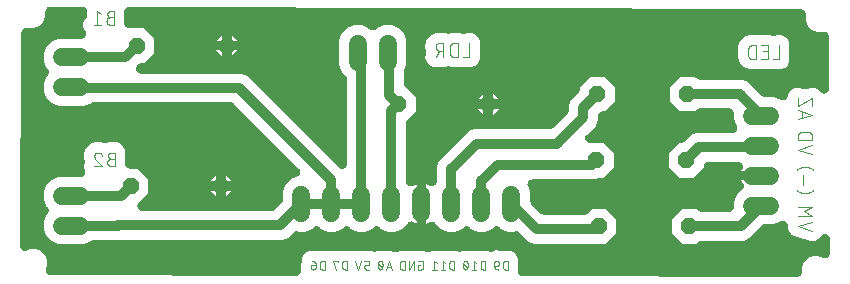
<source format=gbr>
G04 EAGLE Gerber RS-274X export*
G75*
%MOMM*%
%FSLAX34Y34*%
%LPD*%
%INBottom Copper*%
%IPPOS*%
%AMOC8*
5,1,8,0,0,1.08239X$1,22.5*%
G01*
%ADD10C,0.101600*%
%ADD11C,0.076200*%
%ADD12C,1.524000*%
%ADD13P,1.429621X8X22.500000*%
%ADD14C,0.812800*%

G36*
X696613Y-60898D02*
X696613Y-60898D01*
X696850Y-60888D01*
X696898Y-60879D01*
X696946Y-60876D01*
X697178Y-60827D01*
X697410Y-60784D01*
X697456Y-60769D01*
X697504Y-60759D01*
X697726Y-60678D01*
X697950Y-60603D01*
X697994Y-60581D01*
X698040Y-60564D01*
X698248Y-60454D01*
X698460Y-60348D01*
X698500Y-60320D01*
X698543Y-60297D01*
X698734Y-60158D01*
X698929Y-60024D01*
X698964Y-59991D01*
X699004Y-59962D01*
X699174Y-59798D01*
X699348Y-59638D01*
X699378Y-59600D01*
X699413Y-59566D01*
X699558Y-59380D01*
X699708Y-59196D01*
X699734Y-59155D01*
X699763Y-59116D01*
X699881Y-58911D01*
X700004Y-58709D01*
X700023Y-58665D01*
X700047Y-58622D01*
X700135Y-58403D01*
X700228Y-58186D01*
X700241Y-58139D01*
X700259Y-58093D01*
X700315Y-57864D01*
X700377Y-57636D01*
X700381Y-57596D01*
X700395Y-57540D01*
X700452Y-56973D01*
X700449Y-56900D01*
X700454Y-56851D01*
X700454Y-52484D01*
X702267Y-48107D01*
X705618Y-44756D01*
X709995Y-42943D01*
X714734Y-42943D01*
X718717Y-44593D01*
X718892Y-44651D01*
X719064Y-44718D01*
X719162Y-44742D01*
X719257Y-44774D01*
X719439Y-44807D01*
X719618Y-44849D01*
X719719Y-44859D01*
X719818Y-44877D01*
X720002Y-44885D01*
X720186Y-44901D01*
X720286Y-44896D01*
X720387Y-44901D01*
X720570Y-44883D01*
X720755Y-44874D01*
X720854Y-44855D01*
X720954Y-44845D01*
X721133Y-44801D01*
X721314Y-44766D01*
X721410Y-44734D01*
X721508Y-44710D01*
X721679Y-44642D01*
X721853Y-44582D01*
X721943Y-44536D01*
X722037Y-44499D01*
X722197Y-44407D01*
X722361Y-44324D01*
X722444Y-44266D01*
X722532Y-44216D01*
X722677Y-44103D01*
X722828Y-43997D01*
X722902Y-43929D01*
X722982Y-43867D01*
X723110Y-43734D01*
X723245Y-43609D01*
X723308Y-43530D01*
X723379Y-43458D01*
X723487Y-43309D01*
X723603Y-43166D01*
X723655Y-43079D01*
X723714Y-42998D01*
X723801Y-42835D01*
X723896Y-42677D01*
X723935Y-42584D01*
X723983Y-42495D01*
X724046Y-42321D01*
X724117Y-42152D01*
X724143Y-42054D01*
X724178Y-41959D01*
X724216Y-41779D01*
X724263Y-41601D01*
X724270Y-41523D01*
X724296Y-41402D01*
X724335Y-40834D01*
X724334Y-40823D01*
X724335Y-40816D01*
X724264Y-28344D01*
X724245Y-28097D01*
X724243Y-28056D01*
X724238Y-27949D01*
X724236Y-27937D01*
X724231Y-27850D01*
X724224Y-27813D01*
X724221Y-27776D01*
X724168Y-27534D01*
X724119Y-27291D01*
X724107Y-27256D01*
X724098Y-27219D01*
X724012Y-26987D01*
X723930Y-26754D01*
X723913Y-26721D01*
X723900Y-26685D01*
X723782Y-26468D01*
X723668Y-26248D01*
X723646Y-26218D01*
X723628Y-26185D01*
X723481Y-25986D01*
X723337Y-25784D01*
X723311Y-25757D01*
X723289Y-25727D01*
X723116Y-25551D01*
X722945Y-25371D01*
X722915Y-25347D01*
X722889Y-25321D01*
X722692Y-25170D01*
X722499Y-25016D01*
X722466Y-24997D01*
X722437Y-24975D01*
X722220Y-24853D01*
X722007Y-24728D01*
X721973Y-24714D01*
X721940Y-24695D01*
X721709Y-24605D01*
X721480Y-24511D01*
X721444Y-24502D01*
X721409Y-24488D01*
X721169Y-24431D01*
X720928Y-24370D01*
X720891Y-24366D01*
X720855Y-24357D01*
X720608Y-24334D01*
X720362Y-24307D01*
X720325Y-24308D01*
X720287Y-24305D01*
X720039Y-24317D01*
X719793Y-24325D01*
X719756Y-24331D01*
X719718Y-24333D01*
X719474Y-24380D01*
X719231Y-24421D01*
X719195Y-24433D01*
X719158Y-24440D01*
X718923Y-24520D01*
X718689Y-24596D01*
X718655Y-24612D01*
X718619Y-24624D01*
X718398Y-24737D01*
X718176Y-24845D01*
X718145Y-24865D01*
X718111Y-24882D01*
X717908Y-25024D01*
X717703Y-25162D01*
X717681Y-25184D01*
X717644Y-25209D01*
X717228Y-25598D01*
X717176Y-25661D01*
X717134Y-25702D01*
X717131Y-25705D01*
X714553Y-28678D01*
X711480Y-30214D01*
X708052Y-30458D01*
X696257Y-26526D01*
X696146Y-26498D01*
X696038Y-26460D01*
X695924Y-26441D01*
X695706Y-26384D01*
X695377Y-26348D01*
X695261Y-26328D01*
X695144Y-26320D01*
X694415Y-25955D01*
X693888Y-25737D01*
X693885Y-25736D01*
X693882Y-25735D01*
X693109Y-25477D01*
X693020Y-25400D01*
X692929Y-25331D01*
X692843Y-25255D01*
X692745Y-25193D01*
X692565Y-25058D01*
X692275Y-24898D01*
X692175Y-24835D01*
X692071Y-24783D01*
X691537Y-24167D01*
X691134Y-23764D01*
X691131Y-23762D01*
X691129Y-23760D01*
X690513Y-23226D01*
X690461Y-23121D01*
X690402Y-23022D01*
X690353Y-22919D01*
X690286Y-22825D01*
X690171Y-22630D01*
X689965Y-22372D01*
X689896Y-22276D01*
X689820Y-22187D01*
X689562Y-21414D01*
X689344Y-20887D01*
X689342Y-20884D01*
X689341Y-20882D01*
X688977Y-20152D01*
X688968Y-20036D01*
X688952Y-19922D01*
X688946Y-19807D01*
X688920Y-19695D01*
X688888Y-19472D01*
X688847Y-19328D01*
X688834Y-19262D01*
X688792Y-19136D01*
X688770Y-19039D01*
X688733Y-18928D01*
X688791Y-18115D01*
X688791Y-17545D01*
X688791Y-17541D01*
X688791Y-17538D01*
X688749Y-16953D01*
X688745Y-16924D01*
X688745Y-16896D01*
X688705Y-16643D01*
X688669Y-16389D01*
X688661Y-16361D01*
X688657Y-16333D01*
X688582Y-16088D01*
X688511Y-15841D01*
X688499Y-15815D01*
X688491Y-15788D01*
X688383Y-15556D01*
X688278Y-15321D01*
X688262Y-15297D01*
X688250Y-15271D01*
X688110Y-15056D01*
X687974Y-14839D01*
X687955Y-14818D01*
X687940Y-14793D01*
X687770Y-14599D01*
X687606Y-14404D01*
X687584Y-14386D01*
X687566Y-14364D01*
X687372Y-14196D01*
X687180Y-14025D01*
X687156Y-14009D01*
X687135Y-13991D01*
X686920Y-13852D01*
X686706Y-13709D01*
X686680Y-13697D01*
X686656Y-13682D01*
X686424Y-13574D01*
X686192Y-13463D01*
X686165Y-13454D01*
X686139Y-13442D01*
X685893Y-13368D01*
X685649Y-13291D01*
X685621Y-13286D01*
X685594Y-13278D01*
X685339Y-13239D01*
X685087Y-13196D01*
X685059Y-13196D01*
X685030Y-13191D01*
X684773Y-13188D01*
X684518Y-13181D01*
X684489Y-13185D01*
X684461Y-13184D01*
X684206Y-13217D01*
X683952Y-13246D01*
X683924Y-13253D01*
X683896Y-13257D01*
X683811Y-13283D01*
X683400Y-13390D01*
X683238Y-13457D01*
X683141Y-13487D01*
X677163Y-15963D01*
X669588Y-15963D01*
X669527Y-15967D01*
X669467Y-15965D01*
X669244Y-15987D01*
X669019Y-16003D01*
X668960Y-16016D01*
X668900Y-16022D01*
X668682Y-16075D01*
X668462Y-16122D01*
X668405Y-16143D01*
X668347Y-16157D01*
X668138Y-16241D01*
X667927Y-16318D01*
X667874Y-16347D01*
X667818Y-16369D01*
X667623Y-16481D01*
X667425Y-16587D01*
X667376Y-16622D01*
X667323Y-16652D01*
X667232Y-16727D01*
X666965Y-16923D01*
X666804Y-17080D01*
X666714Y-17153D01*
X655817Y-28051D01*
X651336Y-29907D01*
X615445Y-29907D01*
X615385Y-29911D01*
X615324Y-29909D01*
X615101Y-29931D01*
X614877Y-29947D01*
X614817Y-29959D01*
X614757Y-29965D01*
X614539Y-30019D01*
X614319Y-30066D01*
X614263Y-30087D01*
X614204Y-30101D01*
X613995Y-30184D01*
X613784Y-30262D01*
X613731Y-30290D01*
X613675Y-30313D01*
X613480Y-30424D01*
X613282Y-30530D01*
X613233Y-30566D01*
X613181Y-30596D01*
X613090Y-30671D01*
X612822Y-30867D01*
X612661Y-31024D01*
X612572Y-31097D01*
X611222Y-32447D01*
X599017Y-32447D01*
X590387Y-23817D01*
X590387Y-11612D01*
X599017Y-2981D01*
X611222Y-2981D01*
X612572Y-4331D01*
X612617Y-4371D01*
X612658Y-4415D01*
X612833Y-4558D01*
X613002Y-4705D01*
X613052Y-4738D01*
X613099Y-4776D01*
X613292Y-4893D01*
X613480Y-5015D01*
X613535Y-5040D01*
X613587Y-5071D01*
X613793Y-5160D01*
X613997Y-5255D01*
X614055Y-5272D01*
X614110Y-5296D01*
X614327Y-5355D01*
X614542Y-5420D01*
X614602Y-5429D01*
X614660Y-5445D01*
X614777Y-5456D01*
X615105Y-5507D01*
X615330Y-5510D01*
X615445Y-5521D01*
X638978Y-5521D01*
X639208Y-5505D01*
X639438Y-5495D01*
X639492Y-5485D01*
X639547Y-5481D01*
X639772Y-5433D01*
X639998Y-5391D01*
X640050Y-5374D01*
X640104Y-5362D01*
X640320Y-5283D01*
X640538Y-5210D01*
X640587Y-5185D01*
X640639Y-5167D01*
X640842Y-5058D01*
X641048Y-4955D01*
X641093Y-4924D01*
X641141Y-4898D01*
X641327Y-4762D01*
X641516Y-4631D01*
X641557Y-4594D01*
X641601Y-4561D01*
X641766Y-4401D01*
X641935Y-4245D01*
X641970Y-4202D01*
X642009Y-4164D01*
X642150Y-3982D01*
X642296Y-3804D01*
X642325Y-3757D01*
X642358Y-3713D01*
X642472Y-3513D01*
X642592Y-3317D01*
X642613Y-3266D01*
X642640Y-3218D01*
X642726Y-3004D01*
X642816Y-2793D01*
X642830Y-2740D01*
X642851Y-2689D01*
X642905Y-2464D01*
X642965Y-2243D01*
X642969Y-2199D01*
X642985Y-2135D01*
X643040Y-1568D01*
X643037Y-1502D01*
X643041Y-1458D01*
X643041Y2918D01*
X645439Y8707D01*
X650378Y13646D01*
X650507Y13794D01*
X650642Y13936D01*
X650694Y14009D01*
X650752Y14076D01*
X650859Y14241D01*
X650972Y14401D01*
X651013Y14479D01*
X651062Y14554D01*
X651144Y14732D01*
X651235Y14906D01*
X651264Y14990D01*
X651302Y15071D01*
X651358Y15258D01*
X651424Y15444D01*
X651441Y15531D01*
X651467Y15616D01*
X651497Y15810D01*
X651535Y16003D01*
X651541Y16092D01*
X651554Y16179D01*
X651557Y16375D01*
X651568Y16572D01*
X651561Y16660D01*
X651562Y16749D01*
X651537Y16944D01*
X651521Y17139D01*
X651501Y17226D01*
X651490Y17314D01*
X651438Y17504D01*
X651394Y17695D01*
X651363Y17778D01*
X651339Y17864D01*
X651261Y18044D01*
X651192Y18228D01*
X651156Y18287D01*
X651113Y18387D01*
X650817Y18873D01*
X650801Y18892D01*
X650792Y18907D01*
X650100Y19860D01*
X649457Y21122D01*
X666410Y21122D01*
X666639Y21138D01*
X666869Y21148D01*
X666923Y21158D01*
X666978Y21162D01*
X667203Y21210D01*
X667430Y21252D01*
X667482Y21270D01*
X667535Y21281D01*
X667752Y21360D01*
X667970Y21434D01*
X668019Y21458D01*
X668071Y21477D01*
X668274Y21586D01*
X668479Y21689D01*
X668525Y21720D01*
X668573Y21746D01*
X668758Y21881D01*
X668948Y22012D01*
X668989Y22050D01*
X669033Y22082D01*
X669198Y22243D01*
X669367Y22399D01*
X669402Y22441D01*
X669441Y22480D01*
X669582Y22661D01*
X669728Y22840D01*
X669756Y22887D01*
X669790Y22930D01*
X669904Y23130D01*
X670023Y23327D01*
X670045Y23377D01*
X670072Y23425D01*
X670157Y23640D01*
X670248Y23851D01*
X670262Y23904D01*
X670282Y23955D01*
X670337Y24179D01*
X670397Y24401D01*
X670401Y24445D01*
X670416Y24509D01*
X670472Y25076D01*
X670469Y25141D01*
X670473Y25185D01*
X670473Y25186D01*
X670457Y25415D01*
X670447Y25645D01*
X670437Y25699D01*
X670433Y25754D01*
X670385Y25979D01*
X670343Y26205D01*
X670326Y26258D01*
X670314Y26311D01*
X670235Y26527D01*
X670162Y26746D01*
X670137Y26795D01*
X670118Y26846D01*
X670010Y27049D01*
X669907Y27255D01*
X669875Y27300D01*
X669849Y27349D01*
X669714Y27534D01*
X669583Y27724D01*
X669545Y27764D01*
X669513Y27809D01*
X669353Y27973D01*
X669197Y28143D01*
X669154Y28178D01*
X669116Y28217D01*
X668934Y28358D01*
X668755Y28504D01*
X668708Y28532D01*
X668665Y28566D01*
X668465Y28680D01*
X668268Y28799D01*
X668218Y28821D01*
X668170Y28848D01*
X667955Y28933D01*
X667745Y29023D01*
X667692Y29038D01*
X667640Y29058D01*
X667416Y29112D01*
X667195Y29172D01*
X667150Y29177D01*
X667087Y29192D01*
X666520Y29247D01*
X666454Y29245D01*
X666410Y29249D01*
X649457Y29249D01*
X650192Y30691D01*
X650253Y30790D01*
X650286Y30864D01*
X650327Y30936D01*
X650402Y31125D01*
X650485Y31310D01*
X650507Y31389D01*
X650537Y31465D01*
X650585Y31663D01*
X650641Y31858D01*
X650652Y31939D01*
X650671Y32019D01*
X650691Y32221D01*
X650719Y32423D01*
X650719Y32505D01*
X650727Y32586D01*
X650718Y32790D01*
X650717Y32992D01*
X650706Y33073D01*
X650702Y33155D01*
X650665Y33356D01*
X650636Y33556D01*
X650613Y33635D01*
X650598Y33716D01*
X650533Y33908D01*
X650477Y34103D01*
X650443Y34178D01*
X650417Y34256D01*
X650326Y34438D01*
X650242Y34623D01*
X650198Y34692D01*
X650162Y34765D01*
X650046Y34932D01*
X649938Y35104D01*
X649884Y35167D01*
X649838Y35234D01*
X649700Y35384D01*
X649569Y35538D01*
X649507Y35593D01*
X649452Y35653D01*
X649294Y35782D01*
X649142Y35917D01*
X649074Y35962D01*
X649011Y36014D01*
X648837Y36119D01*
X648667Y36231D01*
X648594Y36267D01*
X648523Y36309D01*
X648337Y36389D01*
X648153Y36477D01*
X648075Y36501D01*
X648000Y36534D01*
X647803Y36587D01*
X647610Y36648D01*
X647529Y36661D01*
X647450Y36683D01*
X647328Y36694D01*
X647048Y36741D01*
X646785Y36747D01*
X646665Y36759D01*
X621753Y36759D01*
X621524Y36743D01*
X621294Y36733D01*
X621240Y36723D01*
X621185Y36719D01*
X620960Y36671D01*
X620734Y36629D01*
X620682Y36612D01*
X620628Y36600D01*
X620412Y36521D01*
X620194Y36448D01*
X620144Y36423D01*
X620093Y36404D01*
X619890Y36296D01*
X619684Y36193D01*
X619639Y36161D01*
X619590Y36136D01*
X619405Y36000D01*
X619215Y35869D01*
X619175Y35831D01*
X619131Y35799D01*
X618966Y35639D01*
X618796Y35483D01*
X618762Y35440D01*
X618722Y35402D01*
X618582Y35220D01*
X618436Y35041D01*
X618407Y34994D01*
X618374Y34951D01*
X618260Y34751D01*
X618140Y34554D01*
X618119Y34504D01*
X618091Y34456D01*
X618006Y34241D01*
X617916Y34031D01*
X617901Y33978D01*
X617881Y33926D01*
X617827Y33702D01*
X617767Y33481D01*
X617762Y33436D01*
X617747Y33373D01*
X617692Y32806D01*
X617695Y32740D01*
X617690Y32696D01*
X617690Y32009D01*
X609060Y23378D01*
X596855Y23378D01*
X588225Y32009D01*
X588225Y44214D01*
X596855Y52844D01*
X598764Y52844D01*
X598824Y52848D01*
X598885Y52846D01*
X599108Y52868D01*
X599332Y52884D01*
X599392Y52896D01*
X599452Y52902D01*
X599670Y52956D01*
X599890Y53003D01*
X599946Y53024D01*
X600005Y53038D01*
X600214Y53121D01*
X600425Y53199D01*
X600478Y53227D01*
X600534Y53250D01*
X600729Y53361D01*
X600927Y53467D01*
X600976Y53503D01*
X601028Y53533D01*
X601119Y53608D01*
X601387Y53804D01*
X601548Y53961D01*
X601637Y54034D01*
X606892Y59288D01*
X611373Y61145D01*
X641810Y61145D01*
X641983Y61157D01*
X642155Y61159D01*
X642266Y61177D01*
X642379Y61185D01*
X642548Y61221D01*
X642718Y61247D01*
X642826Y61280D01*
X642936Y61304D01*
X643098Y61363D01*
X643263Y61413D01*
X643365Y61461D01*
X643471Y61499D01*
X643623Y61581D01*
X643780Y61654D01*
X643874Y61715D01*
X643973Y61768D01*
X644113Y61870D01*
X644257Y61964D01*
X644342Y62038D01*
X644433Y62105D01*
X644557Y62225D01*
X644687Y62339D01*
X644761Y62424D01*
X644841Y62502D01*
X644947Y62638D01*
X645060Y62769D01*
X645121Y62864D01*
X645190Y62953D01*
X645276Y63103D01*
X645369Y63248D01*
X645417Y63350D01*
X645472Y63448D01*
X645536Y63608D01*
X645609Y63765D01*
X645641Y63873D01*
X645683Y63977D01*
X645723Y64145D01*
X645773Y64311D01*
X645790Y64422D01*
X645817Y64531D01*
X645833Y64703D01*
X645860Y64874D01*
X645861Y64986D01*
X645872Y65098D01*
X645864Y65271D01*
X645867Y65443D01*
X645852Y65555D01*
X645847Y65667D01*
X645816Y65838D01*
X645794Y66009D01*
X645769Y66090D01*
X645743Y66228D01*
X645568Y66751D01*
X645564Y66763D01*
X645562Y66768D01*
X643041Y72853D01*
X643041Y77958D01*
X643025Y78188D01*
X643015Y78418D01*
X643005Y78472D01*
X643002Y78527D01*
X642953Y78752D01*
X642911Y78978D01*
X642894Y79030D01*
X642882Y79084D01*
X642803Y79300D01*
X642730Y79518D01*
X642706Y79567D01*
X642687Y79619D01*
X642578Y79822D01*
X642475Y80028D01*
X642444Y80073D01*
X642418Y80122D01*
X642282Y80307D01*
X642151Y80497D01*
X642114Y80537D01*
X642081Y80581D01*
X641921Y80746D01*
X641765Y80916D01*
X641722Y80950D01*
X641684Y80990D01*
X641502Y81130D01*
X641324Y81276D01*
X641277Y81305D01*
X641233Y81338D01*
X641033Y81452D01*
X640837Y81572D01*
X640786Y81593D01*
X640738Y81621D01*
X640524Y81706D01*
X640313Y81796D01*
X640260Y81811D01*
X640209Y81831D01*
X639984Y81885D01*
X639763Y81945D01*
X639719Y81950D01*
X639655Y81965D01*
X639088Y82020D01*
X639022Y82017D01*
X638978Y82022D01*
X614101Y82022D01*
X614041Y82017D01*
X613981Y82020D01*
X613757Y81998D01*
X613533Y81982D01*
X613474Y81969D01*
X613414Y81963D01*
X613195Y81910D01*
X612976Y81863D01*
X612919Y81842D01*
X612860Y81828D01*
X612652Y81744D01*
X612441Y81667D01*
X612387Y81638D01*
X612331Y81616D01*
X612136Y81504D01*
X611938Y81398D01*
X611890Y81363D01*
X611837Y81332D01*
X611746Y81257D01*
X611478Y81062D01*
X611317Y80905D01*
X611228Y80832D01*
X609878Y79482D01*
X597673Y79482D01*
X589043Y88112D01*
X589043Y100317D01*
X597673Y108947D01*
X609878Y108947D01*
X611228Y107597D01*
X611274Y107558D01*
X611315Y107513D01*
X611489Y107371D01*
X611658Y107224D01*
X611709Y107191D01*
X611756Y107153D01*
X611948Y107036D01*
X612137Y106914D01*
X612191Y106888D01*
X612243Y106857D01*
X612449Y106769D01*
X612653Y106674D01*
X612711Y106656D01*
X612767Y106633D01*
X612983Y106574D01*
X613199Y106509D01*
X613258Y106499D01*
X613317Y106484D01*
X613434Y106472D01*
X613762Y106421D01*
X613987Y106418D01*
X614101Y106407D01*
X650607Y106407D01*
X655088Y104551D01*
X666715Y92924D01*
X666760Y92885D01*
X666801Y92840D01*
X666975Y92698D01*
X667145Y92551D01*
X667195Y92518D01*
X667242Y92480D01*
X667434Y92363D01*
X667623Y92241D01*
X667678Y92216D01*
X667729Y92184D01*
X667936Y92096D01*
X668140Y92001D01*
X668198Y91984D01*
X668253Y91960D01*
X668470Y91901D01*
X668685Y91836D01*
X668745Y91827D01*
X668803Y91811D01*
X668920Y91799D01*
X669248Y91749D01*
X669473Y91745D01*
X669588Y91734D01*
X677163Y91734D01*
X683215Y89227D01*
X683378Y89173D01*
X683539Y89109D01*
X683649Y89082D01*
X683755Y89047D01*
X683925Y89016D01*
X684093Y88975D01*
X684205Y88964D01*
X684316Y88944D01*
X684488Y88936D01*
X684660Y88920D01*
X684773Y88924D01*
X684885Y88920D01*
X685057Y88937D01*
X685229Y88944D01*
X685340Y88965D01*
X685452Y88976D01*
X685620Y89017D01*
X685790Y89048D01*
X685896Y89084D01*
X686006Y89111D01*
X686166Y89174D01*
X686330Y89229D01*
X686431Y89280D01*
X686535Y89322D01*
X686685Y89407D01*
X686839Y89485D01*
X686932Y89549D01*
X687030Y89604D01*
X687166Y89710D01*
X687308Y89808D01*
X687391Y89885D01*
X687480Y89954D01*
X687600Y90078D01*
X687727Y90195D01*
X687798Y90282D01*
X687877Y90363D01*
X687978Y90502D01*
X688088Y90636D01*
X688146Y90732D01*
X688212Y90823D01*
X688294Y90975D01*
X688383Y91123D01*
X688428Y91226D01*
X688480Y91326D01*
X688540Y91488D01*
X688608Y91647D01*
X688637Y91755D01*
X688676Y91861D01*
X688711Y92030D01*
X688757Y92197D01*
X688765Y92282D01*
X688794Y92418D01*
X688807Y92611D01*
X690148Y95848D01*
X692578Y98278D01*
X695752Y99593D01*
X699188Y99593D01*
X701757Y98529D01*
X701814Y98509D01*
X701869Y98484D01*
X702084Y98419D01*
X702297Y98348D01*
X702357Y98337D01*
X702414Y98320D01*
X702636Y98285D01*
X702858Y98245D01*
X702918Y98242D01*
X702978Y98233D01*
X703202Y98230D01*
X703427Y98221D01*
X703487Y98227D01*
X703547Y98226D01*
X703770Y98255D01*
X703994Y98277D01*
X704053Y98291D01*
X704112Y98299D01*
X704225Y98333D01*
X704548Y98412D01*
X704756Y98495D01*
X704867Y98528D01*
X705177Y98657D01*
X705491Y98814D01*
X705595Y98859D01*
X706473Y99347D01*
X706568Y99364D01*
X706738Y99386D01*
X706821Y99412D01*
X706961Y99438D01*
X707421Y99593D01*
X708427Y99593D01*
X708777Y99617D01*
X708890Y99619D01*
X709888Y99734D01*
X709983Y99714D01*
X710148Y99669D01*
X710234Y99661D01*
X710374Y99631D01*
X710858Y99598D01*
X711787Y99214D01*
X712120Y99102D01*
X712226Y99061D01*
X713191Y98785D01*
X713272Y98730D01*
X713407Y98626D01*
X713483Y98585D01*
X713601Y98504D01*
X714036Y98288D01*
X714747Y97577D01*
X715012Y97347D01*
X715094Y97268D01*
X715880Y96644D01*
X715933Y96563D01*
X716017Y96415D01*
X716073Y96347D01*
X716151Y96228D01*
X716373Y95973D01*
X716387Y95955D01*
X716408Y95933D01*
X716502Y95825D01*
X716518Y95806D01*
X716601Y95723D01*
X716697Y95639D01*
X716787Y95548D01*
X716912Y95452D01*
X717031Y95349D01*
X717138Y95280D01*
X717239Y95202D01*
X717377Y95125D01*
X717510Y95039D01*
X717625Y94985D01*
X717736Y94923D01*
X717883Y94865D01*
X718026Y94799D01*
X718148Y94762D01*
X718267Y94716D01*
X718421Y94679D01*
X718572Y94634D01*
X718698Y94614D01*
X718821Y94585D01*
X718978Y94570D01*
X719135Y94546D01*
X719262Y94544D01*
X719389Y94533D01*
X719547Y94541D01*
X719704Y94538D01*
X719831Y94554D01*
X719958Y94561D01*
X720113Y94590D01*
X720270Y94610D01*
X720392Y94644D01*
X720517Y94668D01*
X720667Y94719D01*
X720819Y94761D01*
X720936Y94811D01*
X721056Y94852D01*
X721197Y94924D01*
X721342Y94986D01*
X721451Y95053D01*
X721564Y95110D01*
X721694Y95201D01*
X721829Y95283D01*
X721927Y95364D01*
X722031Y95437D01*
X722147Y95545D01*
X722269Y95645D01*
X722355Y95739D01*
X722448Y95825D01*
X722547Y95948D01*
X722654Y96065D01*
X722726Y96170D01*
X722806Y96269D01*
X722888Y96404D01*
X722977Y96534D01*
X723034Y96648D01*
X723099Y96757D01*
X723160Y96903D01*
X723231Y97045D01*
X723271Y97165D01*
X723320Y97282D01*
X723361Y97435D01*
X723411Y97585D01*
X723434Y97710D01*
X723466Y97833D01*
X723476Y97943D01*
X723513Y98146D01*
X723528Y98508D01*
X723538Y98618D01*
X723284Y143048D01*
X723272Y143208D01*
X723270Y143370D01*
X723251Y143492D01*
X723241Y143616D01*
X723207Y143773D01*
X723182Y143933D01*
X723146Y144051D01*
X723119Y144172D01*
X723063Y144324D01*
X723016Y144478D01*
X722963Y144590D01*
X722920Y144706D01*
X722843Y144848D01*
X722775Y144994D01*
X722708Y145098D01*
X722648Y145207D01*
X722552Y145337D01*
X722465Y145472D01*
X722383Y145565D01*
X722309Y145665D01*
X722196Y145780D01*
X722090Y145901D01*
X721997Y145983D01*
X721910Y146071D01*
X721781Y146169D01*
X721660Y146275D01*
X721556Y146342D01*
X721457Y146417D01*
X721316Y146496D01*
X721181Y146584D01*
X721068Y146636D01*
X720960Y146697D01*
X720810Y146755D01*
X720664Y146823D01*
X720545Y146859D01*
X720430Y146904D01*
X720272Y146941D01*
X720118Y146987D01*
X719996Y147006D01*
X719875Y147035D01*
X719714Y147049D01*
X719555Y147074D01*
X719431Y147075D01*
X719308Y147087D01*
X719146Y147079D01*
X718985Y147081D01*
X718862Y147065D01*
X718739Y147059D01*
X718580Y147028D01*
X718420Y147008D01*
X718332Y146981D01*
X718274Y146970D01*
X713390Y146970D01*
X709012Y148783D01*
X705662Y152134D01*
X703849Y156511D01*
X703849Y161982D01*
X703833Y162205D01*
X703824Y162427D01*
X703813Y162488D01*
X703809Y162550D01*
X703762Y162769D01*
X703722Y162988D01*
X703703Y163047D01*
X703690Y163108D01*
X703613Y163317D01*
X703543Y163529D01*
X703515Y163584D01*
X703494Y163643D01*
X703388Y163840D01*
X703289Y164039D01*
X703254Y164090D01*
X703225Y164145D01*
X703093Y164325D01*
X702967Y164509D01*
X702925Y164555D01*
X702889Y164605D01*
X702733Y164765D01*
X702582Y164929D01*
X702535Y164969D01*
X702491Y165013D01*
X702315Y165150D01*
X702142Y165292D01*
X702089Y165324D01*
X702041Y165362D01*
X701847Y165472D01*
X701656Y165589D01*
X701599Y165613D01*
X701546Y165644D01*
X701338Y165727D01*
X701133Y165815D01*
X701074Y165831D01*
X701016Y165854D01*
X700799Y165907D01*
X700584Y165966D01*
X700534Y165971D01*
X700462Y165988D01*
X699895Y166044D01*
X699838Y166041D01*
X699800Y166045D01*
X131084Y168024D01*
X130848Y168009D01*
X130610Y167998D01*
X130563Y167990D01*
X130515Y167986D01*
X130283Y167938D01*
X130050Y167894D01*
X130004Y167879D01*
X129957Y167869D01*
X129734Y167789D01*
X129509Y167713D01*
X129467Y167692D01*
X129422Y167675D01*
X129212Y167564D01*
X129000Y167458D01*
X128960Y167431D01*
X128918Y167408D01*
X128727Y167269D01*
X128531Y167134D01*
X128496Y167102D01*
X128457Y167074D01*
X128287Y166909D01*
X128112Y166748D01*
X128082Y166711D01*
X128048Y166678D01*
X127902Y166491D01*
X127751Y166307D01*
X127727Y166266D01*
X127697Y166228D01*
X127579Y166023D01*
X127456Y165820D01*
X127437Y165776D01*
X127413Y165734D01*
X127325Y165514D01*
X127232Y165296D01*
X127219Y165250D01*
X127201Y165205D01*
X127145Y164975D01*
X127083Y164746D01*
X127079Y164707D01*
X127065Y164652D01*
X127008Y164085D01*
X127011Y164011D01*
X127006Y163961D01*
X127006Y154026D01*
X127022Y153797D01*
X127032Y153566D01*
X127042Y153512D01*
X127046Y153458D01*
X127094Y153232D01*
X127136Y153006D01*
X127154Y152954D01*
X127165Y152900D01*
X127244Y152684D01*
X127317Y152466D01*
X127342Y152417D01*
X127361Y152365D01*
X127470Y152162D01*
X127573Y151957D01*
X127604Y151911D01*
X127630Y151863D01*
X127765Y151677D01*
X127896Y151488D01*
X127934Y151447D01*
X127966Y151403D01*
X128127Y151238D01*
X128283Y151069D01*
X128325Y151034D01*
X128364Y150995D01*
X128545Y150854D01*
X128724Y150708D01*
X128771Y150680D01*
X128814Y150646D01*
X129014Y150532D01*
X129211Y150413D01*
X129261Y150391D01*
X129309Y150364D01*
X129524Y150279D01*
X129735Y150188D01*
X129788Y150174D01*
X129839Y150154D01*
X130063Y150099D01*
X130285Y150039D01*
X130329Y150035D01*
X130393Y150019D01*
X130960Y149964D01*
X131025Y149967D01*
X131069Y149963D01*
X143774Y149963D01*
X152404Y141332D01*
X152404Y129127D01*
X143774Y120497D01*
X141865Y120497D01*
X141804Y120493D01*
X141744Y120495D01*
X141520Y120473D01*
X141296Y120457D01*
X141237Y120445D01*
X141177Y120439D01*
X140958Y120385D01*
X140739Y120338D01*
X140682Y120318D01*
X140624Y120303D01*
X140415Y120220D01*
X140204Y120142D01*
X140151Y120114D01*
X140095Y120092D01*
X139900Y119980D01*
X139701Y119874D01*
X139653Y119838D01*
X139600Y119808D01*
X139510Y119733D01*
X139242Y119537D01*
X139080Y119380D01*
X138991Y119307D01*
X138164Y118480D01*
X138088Y118392D01*
X138006Y118312D01*
X137902Y118178D01*
X137790Y118049D01*
X137727Y117952D01*
X137657Y117861D01*
X137573Y117714D01*
X137480Y117571D01*
X137432Y117467D01*
X137375Y117366D01*
X137312Y117208D01*
X137240Y117054D01*
X137207Y116944D01*
X137164Y116837D01*
X137124Y116672D01*
X137075Y116509D01*
X137057Y116395D01*
X137030Y116283D01*
X137014Y116114D01*
X136988Y115946D01*
X136986Y115831D01*
X136975Y115716D01*
X136982Y115546D01*
X136980Y115376D01*
X136995Y115262D01*
X137000Y115147D01*
X137031Y114979D01*
X137052Y114811D01*
X137083Y114700D01*
X137104Y114587D01*
X137158Y114425D01*
X137203Y114261D01*
X137248Y114156D01*
X137285Y114046D01*
X137361Y113894D01*
X137428Y113738D01*
X137488Y113640D01*
X137540Y113537D01*
X137637Y113397D01*
X137725Y113252D01*
X137798Y113163D01*
X137864Y113068D01*
X137979Y112943D01*
X138087Y112812D01*
X138172Y112734D01*
X138250Y112649D01*
X138382Y112541D01*
X138507Y112427D01*
X138602Y112362D01*
X138691Y112288D01*
X138837Y112200D01*
X138977Y112104D01*
X139080Y112053D01*
X139178Y111993D01*
X139334Y111926D01*
X139487Y111850D01*
X139596Y111814D01*
X139702Y111769D01*
X139866Y111724D01*
X140027Y111670D01*
X140141Y111650D01*
X140252Y111620D01*
X140367Y111608D01*
X140588Y111568D01*
X140920Y111554D01*
X141037Y111543D01*
X226398Y111543D01*
X230879Y109687D01*
X234880Y105685D01*
X308574Y31991D01*
X308661Y31916D01*
X308742Y31833D01*
X308876Y31729D01*
X309004Y31618D01*
X309101Y31555D01*
X309192Y31485D01*
X309340Y31400D01*
X309483Y31308D01*
X309587Y31260D01*
X309687Y31202D01*
X309845Y31140D01*
X309999Y31068D01*
X310110Y31035D01*
X310217Y30992D01*
X310382Y30952D01*
X310545Y30903D01*
X310658Y30885D01*
X310771Y30858D01*
X310940Y30842D01*
X311108Y30816D01*
X311223Y30814D01*
X311338Y30803D01*
X311508Y30810D01*
X311678Y30808D01*
X311792Y30822D01*
X311907Y30827D01*
X312074Y30858D01*
X312243Y30880D01*
X312354Y30910D01*
X312467Y30931D01*
X312628Y30985D01*
X312792Y31030D01*
X312898Y31076D01*
X313007Y31113D01*
X313159Y31189D01*
X313315Y31256D01*
X313414Y31316D01*
X313517Y31368D01*
X313657Y31465D01*
X313802Y31553D01*
X313891Y31626D01*
X313986Y31692D01*
X314111Y31807D01*
X314242Y31915D01*
X314320Y32000D01*
X314405Y32078D01*
X314512Y32210D01*
X314627Y32335D01*
X314692Y32430D01*
X314765Y32519D01*
X314853Y32665D01*
X314950Y32805D01*
X315001Y32908D01*
X315061Y33006D01*
X315128Y33162D01*
X315203Y33315D01*
X315240Y33424D01*
X315285Y33530D01*
X315330Y33694D01*
X315383Y33855D01*
X315404Y33969D01*
X315434Y34080D01*
X315445Y34194D01*
X315486Y34416D01*
X315499Y34748D01*
X315511Y34865D01*
X315511Y106818D01*
X315506Y106878D01*
X315509Y106938D01*
X315486Y107162D01*
X315471Y107386D01*
X315458Y107445D01*
X315452Y107505D01*
X315399Y107724D01*
X315352Y107943D01*
X315331Y108000D01*
X315317Y108059D01*
X315233Y108267D01*
X315156Y108478D01*
X315127Y108532D01*
X315105Y108588D01*
X314993Y108782D01*
X314887Y108981D01*
X314851Y109030D01*
X314821Y109082D01*
X314747Y109173D01*
X314551Y109441D01*
X314394Y109602D01*
X314321Y109691D01*
X311332Y112679D01*
X308935Y118467D01*
X308935Y139973D01*
X311332Y145761D01*
X315763Y150191D01*
X321551Y152589D01*
X327816Y152589D01*
X333605Y150191D01*
X334510Y149285D01*
X334684Y149134D01*
X334854Y148979D01*
X334899Y148947D01*
X334941Y148911D01*
X335134Y148786D01*
X335324Y148656D01*
X335373Y148631D01*
X335419Y148602D01*
X335628Y148505D01*
X335834Y148402D01*
X335886Y148385D01*
X335936Y148362D01*
X336157Y148295D01*
X336374Y148222D01*
X336428Y148213D01*
X336481Y148197D01*
X336708Y148161D01*
X336935Y148120D01*
X336990Y148118D01*
X337044Y148109D01*
X337274Y148106D01*
X337504Y148097D01*
X337559Y148102D01*
X337614Y148102D01*
X337842Y148131D01*
X338071Y148154D01*
X338124Y148167D01*
X338179Y148174D01*
X338402Y148235D01*
X338625Y148289D01*
X338675Y148310D01*
X338729Y148324D01*
X338940Y148416D01*
X339154Y148501D01*
X339201Y148528D01*
X339252Y148550D01*
X339448Y148670D01*
X339648Y148784D01*
X339682Y148813D01*
X339738Y148847D01*
X340178Y149209D01*
X340222Y149257D01*
X340257Y149285D01*
X341163Y150191D01*
X346951Y152589D01*
X353216Y152589D01*
X359005Y150191D01*
X363435Y145761D01*
X365832Y139973D01*
X365832Y118467D01*
X363831Y113635D01*
X363793Y113523D01*
X363747Y113415D01*
X363703Y113253D01*
X363650Y113095D01*
X363629Y112979D01*
X363598Y112865D01*
X363587Y112751D01*
X363547Y112534D01*
X363533Y112196D01*
X363521Y112080D01*
X363521Y103394D01*
X363526Y103334D01*
X363523Y103274D01*
X363546Y103050D01*
X363561Y102826D01*
X363574Y102767D01*
X363580Y102707D01*
X363634Y102488D01*
X363680Y102269D01*
X363701Y102212D01*
X363716Y102153D01*
X363799Y101944D01*
X363876Y101733D01*
X363905Y101680D01*
X363927Y101624D01*
X364039Y101429D01*
X364145Y101231D01*
X364181Y101182D01*
X364211Y101130D01*
X364286Y101039D01*
X364481Y100771D01*
X364638Y100610D01*
X364712Y100521D01*
X373628Y91604D01*
X373628Y79399D01*
X366486Y72258D01*
X366447Y72212D01*
X366402Y72171D01*
X366260Y71997D01*
X366113Y71827D01*
X366080Y71777D01*
X366041Y71730D01*
X365925Y71538D01*
X365803Y71349D01*
X365777Y71294D01*
X365746Y71243D01*
X365658Y71036D01*
X365563Y70832D01*
X365545Y70775D01*
X365522Y70719D01*
X365463Y70502D01*
X365398Y70287D01*
X365388Y70227D01*
X365373Y70169D01*
X365361Y70052D01*
X365310Y69724D01*
X365307Y69499D01*
X365296Y69384D01*
X365296Y20547D01*
X365300Y20487D01*
X365298Y20427D01*
X365320Y20203D01*
X365336Y19979D01*
X365349Y19920D01*
X365355Y19860D01*
X365408Y19642D01*
X365455Y19422D01*
X365476Y19365D01*
X365490Y19307D01*
X365574Y19098D01*
X365651Y18887D01*
X365679Y18833D01*
X365702Y18777D01*
X365814Y18583D01*
X365920Y18384D01*
X365955Y18336D01*
X365985Y18283D01*
X366060Y18192D01*
X366256Y17924D01*
X366413Y17763D01*
X366486Y17674D01*
X366964Y17197D01*
X367112Y17068D01*
X367254Y16933D01*
X367327Y16882D01*
X367394Y16823D01*
X367558Y16717D01*
X367718Y16603D01*
X367797Y16562D01*
X367872Y16514D01*
X368050Y16431D01*
X368224Y16341D01*
X368308Y16311D01*
X368389Y16274D01*
X368576Y16217D01*
X368762Y16152D01*
X368849Y16134D01*
X368934Y16108D01*
X369128Y16078D01*
X369320Y16040D01*
X369409Y16035D01*
X369497Y16021D01*
X369693Y16018D01*
X369889Y16007D01*
X369978Y16015D01*
X370067Y16013D01*
X370262Y16038D01*
X370457Y16055D01*
X370544Y16074D01*
X370632Y16085D01*
X370822Y16137D01*
X371013Y16181D01*
X371096Y16212D01*
X371182Y16236D01*
X371362Y16314D01*
X371545Y16384D01*
X371605Y16419D01*
X371705Y16462D01*
X372191Y16759D01*
X372210Y16774D01*
X372225Y16783D01*
X373178Y17475D01*
X374440Y18118D01*
X374440Y1165D01*
X374440Y-15788D01*
X373178Y-15145D01*
X372225Y-14453D01*
X372059Y-14349D01*
X371897Y-14238D01*
X371817Y-14198D01*
X371742Y-14151D01*
X371562Y-14071D01*
X371387Y-13984D01*
X371302Y-13956D01*
X371221Y-13920D01*
X371032Y-13866D01*
X370846Y-13804D01*
X370758Y-13788D01*
X370673Y-13764D01*
X370479Y-13737D01*
X370285Y-13702D01*
X370197Y-13698D01*
X370109Y-13686D01*
X369912Y-13686D01*
X369716Y-13679D01*
X369628Y-13687D01*
X369539Y-13688D01*
X369344Y-13716D01*
X369149Y-13735D01*
X369063Y-13757D01*
X368975Y-13769D01*
X368787Y-13824D01*
X368596Y-13871D01*
X368513Y-13904D01*
X368428Y-13929D01*
X368249Y-14010D01*
X368067Y-14083D01*
X367990Y-14127D01*
X367909Y-14163D01*
X367743Y-14268D01*
X367572Y-14366D01*
X367519Y-14410D01*
X367427Y-14468D01*
X366993Y-14837D01*
X366977Y-14856D01*
X366964Y-14867D01*
X362024Y-19806D01*
X356236Y-22204D01*
X349971Y-22204D01*
X344182Y-19806D01*
X343277Y-18900D01*
X343103Y-18749D01*
X342933Y-18594D01*
X342888Y-18563D01*
X342846Y-18527D01*
X342653Y-18401D01*
X342463Y-18271D01*
X342414Y-18247D01*
X342368Y-18217D01*
X342159Y-18120D01*
X341953Y-18017D01*
X341901Y-18000D01*
X341851Y-17977D01*
X341631Y-17910D01*
X341413Y-17837D01*
X341359Y-17828D01*
X341306Y-17812D01*
X341079Y-17776D01*
X340852Y-17735D01*
X340797Y-17733D01*
X340743Y-17724D01*
X340513Y-17721D01*
X340283Y-17712D01*
X340228Y-17717D01*
X340173Y-17717D01*
X339945Y-17746D01*
X339716Y-17769D01*
X339663Y-17782D01*
X339608Y-17789D01*
X339386Y-17849D01*
X339162Y-17904D01*
X339111Y-17925D01*
X339058Y-17939D01*
X338847Y-18030D01*
X338633Y-18116D01*
X338586Y-18143D01*
X338535Y-18165D01*
X338339Y-18285D01*
X338139Y-18399D01*
X338105Y-18428D01*
X338049Y-18462D01*
X337609Y-18824D01*
X337565Y-18872D01*
X337530Y-18900D01*
X336624Y-19806D01*
X330836Y-22204D01*
X324571Y-22204D01*
X318782Y-19806D01*
X317877Y-18900D01*
X317703Y-18749D01*
X317533Y-18594D01*
X317488Y-18563D01*
X317446Y-18527D01*
X317253Y-18401D01*
X317063Y-18271D01*
X317014Y-18247D01*
X316968Y-18217D01*
X316759Y-18120D01*
X316553Y-18017D01*
X316501Y-18000D01*
X316451Y-17977D01*
X316231Y-17910D01*
X316013Y-17837D01*
X315959Y-17828D01*
X315906Y-17812D01*
X315679Y-17776D01*
X315452Y-17735D01*
X315397Y-17733D01*
X315343Y-17724D01*
X315113Y-17721D01*
X314883Y-17712D01*
X314828Y-17717D01*
X314773Y-17717D01*
X314545Y-17746D01*
X314316Y-17769D01*
X314263Y-17782D01*
X314208Y-17789D01*
X313986Y-17849D01*
X313762Y-17904D01*
X313711Y-17925D01*
X313658Y-17939D01*
X313447Y-18030D01*
X313233Y-18116D01*
X313186Y-18143D01*
X313135Y-18165D01*
X312939Y-18285D01*
X312739Y-18399D01*
X312705Y-18428D01*
X312649Y-18462D01*
X312209Y-18824D01*
X312165Y-18872D01*
X312130Y-18900D01*
X311224Y-19806D01*
X305436Y-22204D01*
X299171Y-22204D01*
X293382Y-19806D01*
X292477Y-18900D01*
X292303Y-18749D01*
X292133Y-18594D01*
X292088Y-18563D01*
X292046Y-18527D01*
X291853Y-18401D01*
X291663Y-18271D01*
X291614Y-18247D01*
X291568Y-18217D01*
X291359Y-18120D01*
X291153Y-18017D01*
X291101Y-18000D01*
X291051Y-17977D01*
X290831Y-17910D01*
X290613Y-17837D01*
X290559Y-17828D01*
X290506Y-17812D01*
X290279Y-17776D01*
X290052Y-17735D01*
X289997Y-17733D01*
X289943Y-17724D01*
X289713Y-17721D01*
X289483Y-17712D01*
X289428Y-17717D01*
X289373Y-17717D01*
X289145Y-17746D01*
X288916Y-17769D01*
X288863Y-17782D01*
X288808Y-17789D01*
X288586Y-17849D01*
X288362Y-17904D01*
X288311Y-17925D01*
X288258Y-17939D01*
X288047Y-18030D01*
X287833Y-18116D01*
X287786Y-18143D01*
X287735Y-18165D01*
X287539Y-18285D01*
X287339Y-18399D01*
X287305Y-18428D01*
X287249Y-18462D01*
X286809Y-18824D01*
X286765Y-18872D01*
X286730Y-18900D01*
X285824Y-19806D01*
X280036Y-22204D01*
X273677Y-22204D01*
X273622Y-22185D01*
X273620Y-22185D01*
X273617Y-22184D01*
X273332Y-22132D01*
X273062Y-22082D01*
X273059Y-22082D01*
X273057Y-22082D01*
X272769Y-22070D01*
X272493Y-22058D01*
X272490Y-22059D01*
X272487Y-22059D01*
X272207Y-22087D01*
X271926Y-22114D01*
X271923Y-22115D01*
X271920Y-22115D01*
X271652Y-22181D01*
X271372Y-22249D01*
X271369Y-22250D01*
X271367Y-22251D01*
X271099Y-22358D01*
X270843Y-22460D01*
X270841Y-22461D01*
X270838Y-22462D01*
X270587Y-22606D01*
X270348Y-22743D01*
X270346Y-22745D01*
X270344Y-22746D01*
X270333Y-22755D01*
X269898Y-23092D01*
X269801Y-23192D01*
X269735Y-23247D01*
X265696Y-27285D01*
X261215Y-29142D01*
X125480Y-29142D01*
X125362Y-29150D01*
X125245Y-29148D01*
X125079Y-29170D01*
X124912Y-29181D01*
X124796Y-29206D01*
X124679Y-29221D01*
X124570Y-29254D01*
X124355Y-29301D01*
X124083Y-29400D01*
X101362Y-29400D01*
X101302Y-29404D01*
X101242Y-29402D01*
X101018Y-29424D01*
X100794Y-29440D01*
X100735Y-29452D01*
X100675Y-29458D01*
X100457Y-29512D01*
X100237Y-29559D01*
X100180Y-29580D01*
X100121Y-29594D01*
X99913Y-29678D01*
X99702Y-29755D01*
X99648Y-29783D01*
X99592Y-29806D01*
X99398Y-29917D01*
X99199Y-30024D01*
X99151Y-30059D01*
X99098Y-30089D01*
X99007Y-30164D01*
X98739Y-30360D01*
X98578Y-30517D01*
X98535Y-30553D01*
X92733Y-32956D01*
X71227Y-32956D01*
X65439Y-30558D01*
X61009Y-26128D01*
X58611Y-20340D01*
X58611Y-14075D01*
X61009Y-8286D01*
X61915Y-7380D01*
X62066Y-7206D01*
X62221Y-7037D01*
X62252Y-6992D01*
X62288Y-6950D01*
X62414Y-6757D01*
X62544Y-6567D01*
X62568Y-6518D01*
X62598Y-6472D01*
X62695Y-6263D01*
X62798Y-6057D01*
X62815Y-6005D01*
X62838Y-5955D01*
X62905Y-5734D01*
X62978Y-5516D01*
X62987Y-5462D01*
X63003Y-5410D01*
X63039Y-5183D01*
X63080Y-4956D01*
X63082Y-4901D01*
X63091Y-4847D01*
X63094Y-4617D01*
X63103Y-4387D01*
X63098Y-4332D01*
X63098Y-4277D01*
X63069Y-4049D01*
X63046Y-3820D01*
X63033Y-3766D01*
X63026Y-3712D01*
X62965Y-3490D01*
X62911Y-3266D01*
X62890Y-3215D01*
X62876Y-3162D01*
X62785Y-2951D01*
X62699Y-2737D01*
X62672Y-2690D01*
X62650Y-2639D01*
X62530Y-2443D01*
X62416Y-2243D01*
X62387Y-2209D01*
X62353Y-2153D01*
X61991Y-1713D01*
X61943Y-1668D01*
X61915Y-1634D01*
X61009Y-728D01*
X58611Y5060D01*
X58611Y11325D01*
X61009Y17114D01*
X65439Y21544D01*
X71227Y23942D01*
X89922Y23942D01*
X90095Y23954D01*
X90268Y23956D01*
X90378Y23974D01*
X90491Y23982D01*
X90660Y24018D01*
X90830Y24044D01*
X90938Y24077D01*
X91048Y24101D01*
X91210Y24160D01*
X91376Y24210D01*
X91478Y24258D01*
X91583Y24296D01*
X91736Y24378D01*
X91892Y24451D01*
X91986Y24512D01*
X92086Y24565D01*
X92225Y24667D01*
X92370Y24761D01*
X92455Y24835D01*
X92545Y24902D01*
X92669Y25022D01*
X92799Y25136D01*
X92873Y25220D01*
X92954Y25299D01*
X93060Y25436D01*
X93173Y25566D01*
X93234Y25661D01*
X93302Y25750D01*
X93388Y25900D01*
X93482Y26045D01*
X93529Y26147D01*
X93585Y26245D01*
X93649Y26406D01*
X93721Y26562D01*
X93753Y26669D01*
X93795Y26774D01*
X93836Y26942D01*
X93885Y27108D01*
X93903Y27219D01*
X93929Y27328D01*
X93946Y27500D01*
X93972Y27671D01*
X93973Y27783D01*
X93984Y27895D01*
X93977Y28068D01*
X93979Y28240D01*
X93965Y28352D01*
X93960Y28464D01*
X93928Y28634D01*
X93906Y28806D01*
X93881Y28887D01*
X93856Y29025D01*
X93680Y29547D01*
X93676Y29560D01*
X92962Y31284D01*
X92962Y34720D01*
X93282Y35492D01*
X93309Y35572D01*
X93344Y35650D01*
X93399Y35842D01*
X93463Y36032D01*
X93478Y36116D01*
X93502Y36197D01*
X93530Y36395D01*
X93566Y36592D01*
X93569Y36677D01*
X93581Y36762D01*
X93581Y36962D01*
X93590Y37162D01*
X93581Y37246D01*
X93581Y37331D01*
X93553Y37529D01*
X93534Y37729D01*
X93513Y37811D01*
X93502Y37896D01*
X93465Y38012D01*
X93399Y38282D01*
X93299Y38531D01*
X93263Y38647D01*
X92962Y39348D01*
X92962Y44064D01*
X94722Y48312D01*
X97973Y51563D01*
X102221Y53323D01*
X107156Y53323D01*
X108554Y52699D01*
X108768Y52621D01*
X108980Y52537D01*
X109036Y52524D01*
X109090Y52504D01*
X109313Y52457D01*
X109534Y52404D01*
X109591Y52398D01*
X109647Y52386D01*
X109875Y52371D01*
X110102Y52349D01*
X110158Y52351D01*
X110216Y52347D01*
X110443Y52364D01*
X110671Y52374D01*
X110727Y52384D01*
X110784Y52388D01*
X111007Y52437D01*
X111231Y52478D01*
X111274Y52494D01*
X111341Y52509D01*
X111876Y52705D01*
X111931Y52735D01*
X111971Y52750D01*
X113160Y53323D01*
X120688Y53323D01*
X123862Y52008D01*
X126292Y49578D01*
X127606Y46404D01*
X127606Y35177D01*
X127623Y34948D01*
X127633Y34718D01*
X127643Y34664D01*
X127646Y34609D01*
X127695Y34384D01*
X127737Y34157D01*
X127754Y34105D01*
X127766Y34051D01*
X127845Y33835D01*
X127918Y33617D01*
X127942Y33568D01*
X127961Y33516D01*
X128070Y33313D01*
X128173Y33108D01*
X128204Y33062D01*
X128230Y33014D01*
X128366Y32828D01*
X128497Y32639D01*
X128534Y32598D01*
X128567Y32554D01*
X128727Y32389D01*
X128883Y32220D01*
X128926Y32185D01*
X128964Y32146D01*
X129146Y32005D01*
X129324Y31859D01*
X129371Y31831D01*
X129415Y31797D01*
X129615Y31683D01*
X129811Y31564D01*
X129862Y31542D01*
X129910Y31515D01*
X130124Y31430D01*
X130335Y31339D01*
X130388Y31325D01*
X130439Y31305D01*
X130664Y31250D01*
X130885Y31190D01*
X130929Y31186D01*
X130993Y31171D01*
X131560Y31115D01*
X131626Y31118D01*
X131670Y31114D01*
X138744Y31114D01*
X147374Y22484D01*
X147374Y10279D01*
X139276Y2180D01*
X139200Y2093D01*
X139118Y2013D01*
X139014Y1879D01*
X138902Y1750D01*
X138840Y1653D01*
X138769Y1562D01*
X138685Y1415D01*
X138593Y1272D01*
X138544Y1168D01*
X138487Y1067D01*
X138424Y909D01*
X138353Y755D01*
X138319Y645D01*
X138277Y538D01*
X138237Y372D01*
X138187Y210D01*
X138170Y96D01*
X138143Y-16D01*
X138126Y-185D01*
X138100Y-353D01*
X138099Y-468D01*
X138087Y-583D01*
X138095Y-753D01*
X138092Y-923D01*
X138107Y-1037D01*
X138112Y-1152D01*
X138143Y-1320D01*
X138165Y-1488D01*
X138195Y-1599D01*
X138216Y-1713D01*
X138270Y-1874D01*
X138315Y-2038D01*
X138361Y-2143D01*
X138397Y-2253D01*
X138474Y-2405D01*
X138541Y-2561D01*
X138601Y-2659D01*
X138652Y-2762D01*
X138749Y-2902D01*
X138838Y-3047D01*
X138911Y-3136D01*
X138976Y-3231D01*
X139092Y-3356D01*
X139199Y-3487D01*
X139284Y-3565D01*
X139363Y-3650D01*
X139494Y-3758D01*
X139619Y-3872D01*
X139714Y-3938D01*
X139804Y-4011D01*
X139949Y-4099D01*
X140089Y-4195D01*
X140192Y-4246D01*
X140291Y-4306D01*
X140447Y-4373D01*
X140599Y-4449D01*
X140709Y-4485D01*
X140814Y-4531D01*
X140978Y-4575D01*
X141140Y-4629D01*
X141253Y-4649D01*
X141364Y-4680D01*
X141479Y-4691D01*
X141700Y-4731D01*
X142032Y-4745D01*
X142149Y-4756D01*
X252056Y-4756D01*
X252116Y-4752D01*
X252177Y-4754D01*
X252400Y-4732D01*
X252624Y-4716D01*
X252684Y-4703D01*
X252744Y-4697D01*
X252962Y-4644D01*
X253182Y-4597D01*
X253238Y-4576D01*
X253297Y-4562D01*
X253505Y-4479D01*
X253717Y-4401D01*
X253770Y-4373D01*
X253826Y-4350D01*
X254021Y-4239D01*
X254219Y-4132D01*
X254268Y-4097D01*
X254320Y-4067D01*
X254411Y-3992D01*
X254679Y-3796D01*
X254840Y-3639D01*
X254929Y-3566D01*
X259965Y1469D01*
X260004Y1515D01*
X260049Y1556D01*
X260191Y1730D01*
X260338Y1900D01*
X260371Y1950D01*
X260409Y1997D01*
X260526Y2189D01*
X260648Y2378D01*
X260673Y2433D01*
X260705Y2484D01*
X260793Y2690D01*
X260888Y2895D01*
X260905Y2952D01*
X260929Y3008D01*
X260988Y3225D01*
X261053Y3440D01*
X261062Y3500D01*
X261078Y3558D01*
X261090Y3675D01*
X261140Y4003D01*
X261143Y4228D01*
X261155Y4343D01*
X261155Y11918D01*
X263552Y17706D01*
X267982Y22136D01*
X273650Y24484D01*
X273805Y24561D01*
X273963Y24629D01*
X274060Y24688D01*
X274160Y24738D01*
X274302Y24836D01*
X274450Y24926D01*
X274537Y24998D01*
X274629Y25062D01*
X274757Y25179D01*
X274890Y25288D01*
X274966Y25371D01*
X275049Y25447D01*
X275158Y25581D01*
X275275Y25708D01*
X275339Y25801D01*
X275410Y25888D01*
X275500Y26035D01*
X275598Y26178D01*
X275648Y26279D01*
X275706Y26375D01*
X275774Y26533D01*
X275851Y26688D01*
X275887Y26795D01*
X275931Y26898D01*
X275977Y27065D01*
X276031Y27229D01*
X276051Y27339D01*
X276081Y27448D01*
X276103Y27619D01*
X276134Y27789D01*
X276138Y27902D01*
X276152Y28013D01*
X276150Y28186D01*
X276157Y28358D01*
X276146Y28470D01*
X276144Y28583D01*
X276117Y28754D01*
X276100Y28925D01*
X276073Y29035D01*
X276056Y29146D01*
X276006Y29311D01*
X275964Y29479D01*
X275923Y29583D01*
X275890Y29691D01*
X275817Y29847D01*
X275753Y30008D01*
X275697Y30106D01*
X275649Y30207D01*
X275555Y30352D01*
X275469Y30502D01*
X275415Y30568D01*
X275339Y30685D01*
X274977Y31100D01*
X274968Y31111D01*
X220112Y85967D01*
X220066Y86007D01*
X220025Y86051D01*
X219851Y86194D01*
X219682Y86341D01*
X219631Y86374D01*
X219584Y86412D01*
X219392Y86529D01*
X219204Y86651D01*
X219149Y86676D01*
X219097Y86708D01*
X218891Y86796D01*
X218687Y86891D01*
X218629Y86908D01*
X218573Y86932D01*
X218357Y86991D01*
X218141Y87056D01*
X218082Y87065D01*
X218024Y87081D01*
X217906Y87092D01*
X217578Y87143D01*
X217354Y87146D01*
X217239Y87158D01*
X100795Y87158D01*
X100677Y87149D01*
X100559Y87151D01*
X100393Y87129D01*
X100226Y87118D01*
X100111Y87093D01*
X99994Y87078D01*
X99885Y87045D01*
X99669Y86999D01*
X99351Y86882D01*
X99240Y86848D01*
X92812Y84186D01*
X71307Y84186D01*
X65519Y86584D01*
X61089Y91014D01*
X58691Y96802D01*
X58691Y103067D01*
X61088Y108856D01*
X61994Y109761D01*
X62145Y109935D01*
X62301Y110105D01*
X62332Y110150D01*
X62368Y110192D01*
X62493Y110385D01*
X62624Y110575D01*
X62648Y110624D01*
X62678Y110670D01*
X62775Y110879D01*
X62877Y111085D01*
X62895Y111137D01*
X62918Y111187D01*
X62985Y111407D01*
X63057Y111625D01*
X63067Y111679D01*
X63083Y111732D01*
X63118Y111959D01*
X63160Y112186D01*
X63162Y112241D01*
X63170Y112295D01*
X63173Y112525D01*
X63183Y112755D01*
X63177Y112810D01*
X63178Y112865D01*
X63149Y113093D01*
X63126Y113322D01*
X63113Y113375D01*
X63106Y113430D01*
X63045Y113652D01*
X62990Y113876D01*
X62970Y113927D01*
X62955Y113980D01*
X62864Y114191D01*
X62779Y114405D01*
X62751Y114452D01*
X62730Y114503D01*
X62610Y114699D01*
X62495Y114899D01*
X62467Y114933D01*
X62433Y114989D01*
X62071Y115429D01*
X62023Y115473D01*
X61994Y115508D01*
X61089Y116414D01*
X58691Y122202D01*
X58691Y128467D01*
X61089Y134256D01*
X65519Y138686D01*
X71307Y141083D01*
X90639Y141083D01*
X90754Y141091D01*
X90869Y141090D01*
X91038Y141111D01*
X91207Y141123D01*
X91320Y141147D01*
X91434Y141162D01*
X91599Y141207D01*
X91765Y141242D01*
X91873Y141282D01*
X91984Y141312D01*
X92140Y141380D01*
X92300Y141438D01*
X92401Y141493D01*
X92507Y141538D01*
X92652Y141627D01*
X92802Y141707D01*
X92895Y141775D01*
X92994Y141835D01*
X93125Y141943D01*
X93262Y142043D01*
X93344Y142124D01*
X93434Y142197D01*
X93548Y142322D01*
X93670Y142441D01*
X93741Y142532D01*
X93819Y142617D01*
X93915Y142757D01*
X94019Y142891D01*
X94076Y142991D01*
X94141Y143087D01*
X94217Y143239D01*
X94301Y143386D01*
X94344Y143494D01*
X94395Y143597D01*
X94449Y143758D01*
X94511Y143916D01*
X94539Y144028D01*
X94575Y144137D01*
X94605Y144304D01*
X94645Y144470D01*
X94657Y144585D01*
X94677Y144698D01*
X94684Y144868D01*
X94701Y145037D01*
X94696Y145152D01*
X94700Y145267D01*
X94683Y145436D01*
X94676Y145606D01*
X94655Y145720D01*
X94644Y145834D01*
X94603Y145999D01*
X94572Y146166D01*
X94535Y146276D01*
X94508Y146388D01*
X94445Y146545D01*
X94391Y146707D01*
X94339Y146810D01*
X94296Y146917D01*
X94212Y147064D01*
X94136Y147216D01*
X94070Y147311D01*
X94013Y147411D01*
X93940Y147500D01*
X93812Y147685D01*
X93695Y147812D01*
X92362Y151029D01*
X92362Y154465D01*
X93677Y157640D01*
X94417Y158380D01*
X94457Y158426D01*
X94501Y158467D01*
X94644Y158641D01*
X94791Y158810D01*
X94824Y158861D01*
X94862Y158908D01*
X94979Y159100D01*
X95101Y159289D01*
X95126Y159343D01*
X95158Y159395D01*
X95246Y159601D01*
X95341Y159805D01*
X95358Y159863D01*
X95382Y159919D01*
X95441Y160135D01*
X95506Y160351D01*
X95515Y160411D01*
X95531Y160469D01*
X95542Y160586D01*
X95593Y160914D01*
X95596Y161139D01*
X95607Y161253D01*
X95607Y163728D01*
X95584Y164059D01*
X95583Y164177D01*
X95541Y164547D01*
X95492Y164820D01*
X95440Y165105D01*
X95439Y165106D01*
X95439Y165108D01*
X95355Y165362D01*
X95260Y165646D01*
X95260Y165647D01*
X95259Y165649D01*
X95139Y165891D01*
X95007Y166156D01*
X95006Y166157D01*
X95005Y166159D01*
X94834Y166408D01*
X94685Y166626D01*
X94684Y166627D01*
X94683Y166628D01*
X94493Y166836D01*
X94300Y167046D01*
X94299Y167047D01*
X94298Y167048D01*
X94083Y167225D01*
X93860Y167409D01*
X93859Y167409D01*
X93858Y167410D01*
X93616Y167558D01*
X93374Y167706D01*
X93373Y167706D01*
X93371Y167707D01*
X93124Y167814D01*
X92851Y167932D01*
X92849Y167932D01*
X92848Y167933D01*
X92596Y168002D01*
X92302Y168083D01*
X92300Y168083D01*
X92299Y168083D01*
X91733Y168156D01*
X91599Y168154D01*
X91517Y168162D01*
X64298Y168257D01*
X64062Y168241D01*
X63825Y168231D01*
X63778Y168222D01*
X63730Y168219D01*
X63498Y168170D01*
X63264Y168127D01*
X63219Y168112D01*
X63172Y168102D01*
X62949Y168021D01*
X62724Y167946D01*
X62681Y167924D01*
X62637Y167908D01*
X62427Y167797D01*
X62215Y167690D01*
X62175Y167663D01*
X62133Y167641D01*
X61942Y167502D01*
X61746Y167367D01*
X61711Y167334D01*
X61672Y167306D01*
X61502Y167141D01*
X61327Y166980D01*
X61297Y166943D01*
X61262Y166910D01*
X61117Y166723D01*
X60966Y166539D01*
X60941Y166498D01*
X60912Y166461D01*
X60794Y166255D01*
X60671Y166052D01*
X60652Y166008D01*
X60628Y165967D01*
X60540Y165746D01*
X60446Y165528D01*
X60434Y165482D01*
X60416Y165438D01*
X60359Y165207D01*
X60298Y164978D01*
X60294Y164940D01*
X60280Y164884D01*
X60223Y164317D01*
X60226Y164243D01*
X60221Y164194D01*
X60221Y159487D01*
X58408Y155109D01*
X55057Y151759D01*
X50680Y149946D01*
X45941Y149946D01*
X45554Y150106D01*
X45457Y150138D01*
X45431Y150149D01*
X45397Y150159D01*
X45252Y150217D01*
X45131Y150247D01*
X45014Y150287D01*
X44855Y150316D01*
X44699Y150354D01*
X44575Y150367D01*
X44453Y150390D01*
X44292Y150397D01*
X44132Y150413D01*
X44008Y150408D01*
X43884Y150414D01*
X43724Y150398D01*
X43563Y150392D01*
X43441Y150370D01*
X43317Y150358D01*
X43161Y150320D01*
X43002Y150291D01*
X42884Y150252D01*
X42763Y150223D01*
X42614Y150163D01*
X42461Y150113D01*
X42349Y150058D01*
X42234Y150012D01*
X42094Y149932D01*
X41950Y149861D01*
X41847Y149791D01*
X41739Y149729D01*
X41612Y149630D01*
X41479Y149540D01*
X41388Y149456D01*
X41289Y149380D01*
X41177Y149264D01*
X41058Y149156D01*
X40979Y149060D01*
X40892Y148971D01*
X40797Y148841D01*
X40695Y148717D01*
X40630Y148611D01*
X40557Y148511D01*
X40481Y148369D01*
X40397Y148231D01*
X40347Y148118D01*
X40288Y148008D01*
X40233Y147856D01*
X40169Y147709D01*
X40136Y147589D01*
X40093Y147472D01*
X40060Y147315D01*
X40017Y147160D01*
X40007Y147067D01*
X39975Y146915D01*
X39950Y146559D01*
X39937Y146421D01*
X39938Y146397D01*
X39936Y146376D01*
X38881Y-34474D01*
X38892Y-34659D01*
X38895Y-34843D01*
X38911Y-34942D01*
X38917Y-35043D01*
X38955Y-35224D01*
X38983Y-35406D01*
X39013Y-35502D01*
X39033Y-35601D01*
X39095Y-35774D01*
X39149Y-35951D01*
X39192Y-36042D01*
X39226Y-36137D01*
X39312Y-36300D01*
X39390Y-36467D01*
X39445Y-36552D01*
X39492Y-36641D01*
X39600Y-36791D01*
X39700Y-36945D01*
X39766Y-37021D01*
X39825Y-37103D01*
X39953Y-37236D01*
X40074Y-37375D01*
X40150Y-37441D01*
X40220Y-37513D01*
X40366Y-37627D01*
X40505Y-37748D01*
X40590Y-37803D01*
X40669Y-37865D01*
X40829Y-37957D01*
X40984Y-38057D01*
X41075Y-38099D01*
X41162Y-38150D01*
X41334Y-38219D01*
X41501Y-38296D01*
X41597Y-38325D01*
X41691Y-38363D01*
X41870Y-38407D01*
X42046Y-38461D01*
X42146Y-38476D01*
X42244Y-38500D01*
X42427Y-38519D01*
X42610Y-38547D01*
X42710Y-38549D01*
X42810Y-38559D01*
X42995Y-38552D01*
X43179Y-38554D01*
X43279Y-38541D01*
X43380Y-38538D01*
X43562Y-38505D01*
X43744Y-38481D01*
X43819Y-38459D01*
X43941Y-38437D01*
X44482Y-38259D01*
X44491Y-38254D01*
X44499Y-38252D01*
X47105Y-37172D01*
X51844Y-37172D01*
X56221Y-38985D01*
X59572Y-42336D01*
X61385Y-46714D01*
X61385Y-51452D01*
X60597Y-53354D01*
X60544Y-53512D01*
X60482Y-53667D01*
X60454Y-53782D01*
X60416Y-53895D01*
X60386Y-54059D01*
X60347Y-54220D01*
X60335Y-54338D01*
X60313Y-54455D01*
X60306Y-54622D01*
X60290Y-54787D01*
X60294Y-54906D01*
X60289Y-55025D01*
X60306Y-55190D01*
X60312Y-55357D01*
X60334Y-55473D01*
X60345Y-55592D01*
X60385Y-55754D01*
X60415Y-55917D01*
X60452Y-56030D01*
X60480Y-56145D01*
X60542Y-56300D01*
X60594Y-56458D01*
X60647Y-56564D01*
X60691Y-56675D01*
X60774Y-56819D01*
X60848Y-56968D01*
X60915Y-57066D01*
X60974Y-57169D01*
X61076Y-57300D01*
X61170Y-57438D01*
X61251Y-57526D01*
X61323Y-57619D01*
X61443Y-57735D01*
X61555Y-57858D01*
X61647Y-57934D01*
X61732Y-58016D01*
X61867Y-58114D01*
X61995Y-58220D01*
X62097Y-58282D01*
X62192Y-58352D01*
X62339Y-58430D01*
X62482Y-58517D01*
X62590Y-58564D01*
X62695Y-58620D01*
X62852Y-58677D01*
X63005Y-58743D01*
X63119Y-58774D01*
X63231Y-58815D01*
X63394Y-58850D01*
X63554Y-58894D01*
X63643Y-58903D01*
X63788Y-58934D01*
X64301Y-58969D01*
X64339Y-58973D01*
X272394Y-59612D01*
X272630Y-59596D01*
X272867Y-59586D01*
X272914Y-59577D01*
X272963Y-59574D01*
X273194Y-59525D01*
X273427Y-59482D01*
X273473Y-59466D01*
X273521Y-59456D01*
X273742Y-59376D01*
X273967Y-59300D01*
X274011Y-59279D01*
X274056Y-59262D01*
X274265Y-59151D01*
X274476Y-59045D01*
X274516Y-59018D01*
X274559Y-58995D01*
X274751Y-58856D01*
X274945Y-58721D01*
X274981Y-58688D01*
X275020Y-58660D01*
X275190Y-58495D01*
X275364Y-58335D01*
X275395Y-58298D01*
X275430Y-58264D01*
X275575Y-58077D01*
X275725Y-57894D01*
X275750Y-57852D01*
X275780Y-57814D01*
X275898Y-57609D01*
X276020Y-57407D01*
X276039Y-57362D01*
X276064Y-57320D01*
X276152Y-57100D01*
X276245Y-56883D01*
X276257Y-56836D01*
X276276Y-56791D01*
X276332Y-56562D01*
X276394Y-56333D01*
X276398Y-56294D01*
X276411Y-56238D01*
X276468Y-55671D01*
X276465Y-55598D01*
X276470Y-55549D01*
X276470Y-49903D01*
X276979Y-48674D01*
X277017Y-48562D01*
X277063Y-48454D01*
X277107Y-48292D01*
X277160Y-48134D01*
X277181Y-48018D01*
X277212Y-47904D01*
X277223Y-47790D01*
X277263Y-47573D01*
X277277Y-47235D01*
X277289Y-47119D01*
X277289Y-45318D01*
X278584Y-42190D01*
X280978Y-39797D01*
X284106Y-38501D01*
X285799Y-38501D01*
X288142Y-38501D01*
X288759Y-38757D01*
X288816Y-38776D01*
X288871Y-38801D01*
X289086Y-38866D01*
X289299Y-38937D01*
X289359Y-38948D01*
X289417Y-38966D01*
X289639Y-39000D01*
X289860Y-39041D01*
X289920Y-39043D01*
X289980Y-39052D01*
X290204Y-39055D01*
X290429Y-39064D01*
X290489Y-39058D01*
X290550Y-39059D01*
X290772Y-39030D01*
X290996Y-39008D01*
X291055Y-38994D01*
X291115Y-38986D01*
X291227Y-38952D01*
X291550Y-38874D01*
X291759Y-38790D01*
X291869Y-38757D01*
X292485Y-38501D01*
X298324Y-38501D01*
X298760Y-38682D01*
X298818Y-38701D01*
X298873Y-38727D01*
X299088Y-38791D01*
X299301Y-38863D01*
X299360Y-38874D01*
X299418Y-38891D01*
X299640Y-38925D01*
X299861Y-38966D01*
X299921Y-38968D01*
X299981Y-38978D01*
X300206Y-38980D01*
X300430Y-38990D01*
X300491Y-38984D01*
X300551Y-38985D01*
X300774Y-38956D01*
X300997Y-38934D01*
X301056Y-38919D01*
X301116Y-38912D01*
X301229Y-38877D01*
X301551Y-38799D01*
X301760Y-38716D01*
X301870Y-38682D01*
X302311Y-38500D01*
X302441Y-38490D01*
X302597Y-38489D01*
X302691Y-38473D01*
X302854Y-38461D01*
X303304Y-38365D01*
X303346Y-38358D01*
X304272Y-38471D01*
X304666Y-38492D01*
X304766Y-38501D01*
X310260Y-38501D01*
X310311Y-38509D01*
X310535Y-38512D01*
X310760Y-38521D01*
X310820Y-38515D01*
X310881Y-38516D01*
X310995Y-38501D01*
X317343Y-38501D01*
X317675Y-38639D01*
X317865Y-38702D01*
X318054Y-38774D01*
X318136Y-38793D01*
X318215Y-38819D01*
X318413Y-38856D01*
X318609Y-38900D01*
X318693Y-38907D01*
X318775Y-38922D01*
X318977Y-38931D01*
X319177Y-38948D01*
X319261Y-38943D01*
X319345Y-38946D01*
X319545Y-38926D01*
X319746Y-38915D01*
X319810Y-38900D01*
X319912Y-38890D01*
X320465Y-38755D01*
X320494Y-38744D01*
X320515Y-38739D01*
X321525Y-38403D01*
X324777Y-38634D01*
X325347Y-38634D01*
X325350Y-38634D01*
X325353Y-38634D01*
X328676Y-38398D01*
X328776Y-38425D01*
X328798Y-38427D01*
X328828Y-38435D01*
X329394Y-38498D01*
X329495Y-38495D01*
X329561Y-38501D01*
X336119Y-38501D01*
X337283Y-38984D01*
X337381Y-39016D01*
X337475Y-39057D01*
X337650Y-39106D01*
X337824Y-39164D01*
X337925Y-39183D01*
X338023Y-39210D01*
X338204Y-39234D01*
X338384Y-39267D01*
X338487Y-39272D01*
X338588Y-39285D01*
X338771Y-39284D01*
X338953Y-39291D01*
X339056Y-39281D01*
X339158Y-39280D01*
X339338Y-39253D01*
X339520Y-39235D01*
X339620Y-39211D01*
X339722Y-39196D01*
X339835Y-39159D01*
X340074Y-39100D01*
X340356Y-38988D01*
X340471Y-38950D01*
X341494Y-38501D01*
X345708Y-38501D01*
X345892Y-38567D01*
X346124Y-38655D01*
X346161Y-38663D01*
X346197Y-38676D01*
X346439Y-38726D01*
X346679Y-38780D01*
X346717Y-38783D01*
X346755Y-38791D01*
X347001Y-38806D01*
X347247Y-38826D01*
X347286Y-38824D01*
X347324Y-38827D01*
X347569Y-38808D01*
X347816Y-38793D01*
X347854Y-38785D01*
X347892Y-38782D01*
X348132Y-38729D01*
X348375Y-38680D01*
X348404Y-38669D01*
X348448Y-38659D01*
X348462Y-38654D01*
X348728Y-38635D01*
X348841Y-38619D01*
X348956Y-38612D01*
X349069Y-38587D01*
X349292Y-38555D01*
X349610Y-38463D01*
X349725Y-38437D01*
X349827Y-38403D01*
X350624Y-38459D01*
X351194Y-38460D01*
X351197Y-38459D01*
X351200Y-38459D01*
X351997Y-38403D01*
X352099Y-38437D01*
X352211Y-38465D01*
X352319Y-38503D01*
X352433Y-38522D01*
X352651Y-38579D01*
X352980Y-38615D01*
X353096Y-38635D01*
X353204Y-38643D01*
X353918Y-39000D01*
X354445Y-39218D01*
X354448Y-39219D01*
X354451Y-39220D01*
X355276Y-39496D01*
X355471Y-39546D01*
X355663Y-39604D01*
X355746Y-39617D01*
X355828Y-39637D01*
X356027Y-39660D01*
X356227Y-39690D01*
X356311Y-39691D01*
X356394Y-39701D01*
X356595Y-39695D01*
X356796Y-39697D01*
X356879Y-39687D01*
X356963Y-39684D01*
X357162Y-39650D01*
X357361Y-39624D01*
X357425Y-39605D01*
X357525Y-39588D01*
X358068Y-39414D01*
X358095Y-39401D01*
X358116Y-39395D01*
X360273Y-38501D01*
X370461Y-38501D01*
X370631Y-38489D01*
X370801Y-38487D01*
X370887Y-38471D01*
X371029Y-38461D01*
X371495Y-38362D01*
X372478Y-38475D01*
X372828Y-38490D01*
X372941Y-38501D01*
X375887Y-38501D01*
X375888Y-38501D01*
X378388Y-38501D01*
X379257Y-38501D01*
X380406Y-38501D01*
X382508Y-39372D01*
X383048Y-39553D01*
X383378Y-39613D01*
X383608Y-39656D01*
X384178Y-39680D01*
X384745Y-39624D01*
X385178Y-39518D01*
X385298Y-39489D01*
X385828Y-39278D01*
X385946Y-39210D01*
X386023Y-39177D01*
X386834Y-38730D01*
X386900Y-38718D01*
X387077Y-38696D01*
X387155Y-38672D01*
X387285Y-38648D01*
X387726Y-38501D01*
X388742Y-38501D01*
X389073Y-38478D01*
X389191Y-38476D01*
X390202Y-38364D01*
X390267Y-38378D01*
X390439Y-38425D01*
X390520Y-38433D01*
X390650Y-38461D01*
X391113Y-38494D01*
X391287Y-38566D01*
X391288Y-38566D01*
X391533Y-38648D01*
X391828Y-38746D01*
X391828Y-38747D01*
X392063Y-38790D01*
X392388Y-38850D01*
X392625Y-38860D01*
X392957Y-38874D01*
X392958Y-38873D01*
X393179Y-38852D01*
X393524Y-38817D01*
X393525Y-38817D01*
X393598Y-38800D01*
X394040Y-38750D01*
X394216Y-38718D01*
X394392Y-38696D01*
X394471Y-38672D01*
X394601Y-38648D01*
X395042Y-38501D01*
X396057Y-38501D01*
X396388Y-38478D01*
X396506Y-38476D01*
X397517Y-38364D01*
X397582Y-38378D01*
X397754Y-38425D01*
X397836Y-38433D01*
X397965Y-38461D01*
X398428Y-38494D01*
X398775Y-38637D01*
X398832Y-38656D01*
X398887Y-38682D01*
X399102Y-38747D01*
X399315Y-38818D01*
X399375Y-38829D01*
X399433Y-38846D01*
X399655Y-38880D01*
X399876Y-38921D01*
X399936Y-38924D01*
X399996Y-38933D01*
X400220Y-38936D01*
X400445Y-38945D01*
X400505Y-38939D01*
X400566Y-38940D01*
X400788Y-38911D01*
X401012Y-38889D01*
X401071Y-38875D01*
X401131Y-38867D01*
X401243Y-38833D01*
X401566Y-38754D01*
X401775Y-38671D01*
X401885Y-38637D01*
X402213Y-38501D01*
X408052Y-38501D01*
X409341Y-39036D01*
X409439Y-39068D01*
X409533Y-39109D01*
X409709Y-39158D01*
X409882Y-39216D01*
X409983Y-39235D01*
X410082Y-39262D01*
X410262Y-39286D01*
X410442Y-39319D01*
X410545Y-39324D01*
X410646Y-39337D01*
X410829Y-39336D01*
X411011Y-39343D01*
X411114Y-39333D01*
X411216Y-39332D01*
X411397Y-39305D01*
X411578Y-39287D01*
X411678Y-39263D01*
X411780Y-39248D01*
X411893Y-39211D01*
X412132Y-39152D01*
X412414Y-39040D01*
X412529Y-39002D01*
X413671Y-38501D01*
X417885Y-38501D01*
X417930Y-38517D01*
X418020Y-38559D01*
X418198Y-38613D01*
X418372Y-38675D01*
X418470Y-38696D01*
X418566Y-38725D01*
X418749Y-38753D01*
X418930Y-38790D01*
X419030Y-38797D01*
X419129Y-38812D01*
X419248Y-38810D01*
X419499Y-38826D01*
X419795Y-38803D01*
X419917Y-38801D01*
X420375Y-38750D01*
X420551Y-38718D01*
X420727Y-38696D01*
X420805Y-38672D01*
X420936Y-38648D01*
X421376Y-38501D01*
X422392Y-38501D01*
X422723Y-38478D01*
X422841Y-38476D01*
X423852Y-38364D01*
X423917Y-38378D01*
X424089Y-38425D01*
X424170Y-38433D01*
X424300Y-38461D01*
X424763Y-38494D01*
X425110Y-38637D01*
X425167Y-38656D01*
X425222Y-38682D01*
X425437Y-38747D01*
X425650Y-38818D01*
X425709Y-38829D01*
X425767Y-38846D01*
X425990Y-38880D01*
X426210Y-38921D01*
X426271Y-38924D01*
X426331Y-38933D01*
X426555Y-38936D01*
X426780Y-38945D01*
X426840Y-38939D01*
X426900Y-38940D01*
X427123Y-38911D01*
X427347Y-38889D01*
X427405Y-38875D01*
X427465Y-38867D01*
X427578Y-38833D01*
X427900Y-38754D01*
X428109Y-38671D01*
X428220Y-38637D01*
X428548Y-38501D01*
X434386Y-38501D01*
X435511Y-38967D01*
X435514Y-38968D01*
X435517Y-38970D01*
X435790Y-39060D01*
X436051Y-39148D01*
X436054Y-39148D01*
X436058Y-39149D01*
X436339Y-39201D01*
X436611Y-39251D01*
X436615Y-39251D01*
X436618Y-39252D01*
X436897Y-39263D01*
X437181Y-39275D01*
X437184Y-39274D01*
X437188Y-39274D01*
X437204Y-39272D01*
X437748Y-39219D01*
X437885Y-39185D01*
X437970Y-39174D01*
X442108Y-38230D01*
X444788Y-38841D01*
X444791Y-38842D01*
X444795Y-38843D01*
X445077Y-38887D01*
X445351Y-38929D01*
X445354Y-38929D01*
X445358Y-38930D01*
X445641Y-38933D01*
X445921Y-38937D01*
X445924Y-38936D01*
X445928Y-38937D01*
X446199Y-38902D01*
X446486Y-38865D01*
X446489Y-38864D01*
X446493Y-38864D01*
X446508Y-38859D01*
X447035Y-38715D01*
X447165Y-38659D01*
X447247Y-38634D01*
X447567Y-38501D01*
X453406Y-38501D01*
X456534Y-39797D01*
X458927Y-42191D01*
X460223Y-45318D01*
X460223Y-56138D01*
X460239Y-56362D01*
X460248Y-56585D01*
X460259Y-56645D01*
X460263Y-56706D01*
X460310Y-56925D01*
X460350Y-57146D01*
X460369Y-57204D01*
X460382Y-57264D01*
X460459Y-57474D01*
X460530Y-57686D01*
X460557Y-57741D01*
X460578Y-57799D01*
X460684Y-57996D01*
X460783Y-58197D01*
X460818Y-58247D01*
X460847Y-58301D01*
X460979Y-58481D01*
X461106Y-58666D01*
X461147Y-58712D01*
X461183Y-58761D01*
X461339Y-58921D01*
X461490Y-59086D01*
X461538Y-59125D01*
X461580Y-59169D01*
X461757Y-59306D01*
X461930Y-59449D01*
X461983Y-59481D01*
X462031Y-59518D01*
X462225Y-59629D01*
X462417Y-59746D01*
X462473Y-59770D01*
X462526Y-59800D01*
X462735Y-59883D01*
X462940Y-59972D01*
X462998Y-59988D01*
X463056Y-60010D01*
X463274Y-60063D01*
X463489Y-60122D01*
X463538Y-60127D01*
X463609Y-60144D01*
X464177Y-60200D01*
X464235Y-60197D01*
X464274Y-60201D01*
X696378Y-60914D01*
X696613Y-60898D01*
G37*
%LPC*%
G36*
X473874Y-32623D02*
X473874Y-32623D01*
X469392Y-30767D01*
X461872Y-23247D01*
X461870Y-23245D01*
X461868Y-23243D01*
X461667Y-23068D01*
X461442Y-22873D01*
X461440Y-22872D01*
X461438Y-22870D01*
X461214Y-22725D01*
X460964Y-22563D01*
X460961Y-22562D01*
X460959Y-22561D01*
X460713Y-22447D01*
X460447Y-22323D01*
X460444Y-22323D01*
X460442Y-22322D01*
X460177Y-22242D01*
X459902Y-22158D01*
X459899Y-22158D01*
X459896Y-22157D01*
X459623Y-22115D01*
X459339Y-22071D01*
X459336Y-22071D01*
X459333Y-22071D01*
X459056Y-22067D01*
X458769Y-22063D01*
X458766Y-22064D01*
X458763Y-22064D01*
X458485Y-22099D01*
X458204Y-22135D01*
X458201Y-22136D01*
X458198Y-22136D01*
X458186Y-22140D01*
X457954Y-22204D01*
X451571Y-22204D01*
X445782Y-19806D01*
X444877Y-18900D01*
X444703Y-18749D01*
X444533Y-18594D01*
X444488Y-18563D01*
X444446Y-18527D01*
X444253Y-18401D01*
X444063Y-18271D01*
X444014Y-18247D01*
X443968Y-18217D01*
X443759Y-18120D01*
X443553Y-18017D01*
X443501Y-18000D01*
X443451Y-17977D01*
X443231Y-17910D01*
X443013Y-17837D01*
X442959Y-17828D01*
X442906Y-17812D01*
X442679Y-17776D01*
X442452Y-17735D01*
X442397Y-17733D01*
X442343Y-17724D01*
X442113Y-17721D01*
X441883Y-17712D01*
X441828Y-17717D01*
X441773Y-17717D01*
X441545Y-17746D01*
X441316Y-17769D01*
X441263Y-17782D01*
X441208Y-17789D01*
X440986Y-17849D01*
X440762Y-17904D01*
X440711Y-17925D01*
X440658Y-17939D01*
X440447Y-18030D01*
X440233Y-18116D01*
X440186Y-18143D01*
X440135Y-18165D01*
X439939Y-18285D01*
X439739Y-18399D01*
X439705Y-18428D01*
X439649Y-18462D01*
X439209Y-18824D01*
X439165Y-18872D01*
X439130Y-18900D01*
X438224Y-19806D01*
X432436Y-22204D01*
X426171Y-22204D01*
X420382Y-19806D01*
X419477Y-18900D01*
X419303Y-18749D01*
X419133Y-18594D01*
X419088Y-18563D01*
X419046Y-18527D01*
X418853Y-18401D01*
X418663Y-18271D01*
X418614Y-18247D01*
X418568Y-18217D01*
X418359Y-18120D01*
X418153Y-18017D01*
X418101Y-18000D01*
X418051Y-17977D01*
X417831Y-17910D01*
X417613Y-17837D01*
X417559Y-17828D01*
X417506Y-17812D01*
X417279Y-17776D01*
X417052Y-17735D01*
X416997Y-17733D01*
X416943Y-17724D01*
X416713Y-17721D01*
X416483Y-17712D01*
X416428Y-17717D01*
X416373Y-17717D01*
X416145Y-17746D01*
X415916Y-17769D01*
X415863Y-17782D01*
X415808Y-17789D01*
X415586Y-17849D01*
X415362Y-17904D01*
X415311Y-17925D01*
X415258Y-17939D01*
X415047Y-18030D01*
X414833Y-18116D01*
X414786Y-18143D01*
X414735Y-18165D01*
X414539Y-18285D01*
X414339Y-18399D01*
X414305Y-18428D01*
X414249Y-18462D01*
X413809Y-18824D01*
X413765Y-18872D01*
X413730Y-18900D01*
X412824Y-19806D01*
X407036Y-22204D01*
X400771Y-22204D01*
X394982Y-19806D01*
X390043Y-14867D01*
X389895Y-14738D01*
X389753Y-14603D01*
X389680Y-14552D01*
X389613Y-14493D01*
X389448Y-14386D01*
X389288Y-14273D01*
X389209Y-14232D01*
X389135Y-14183D01*
X388957Y-14101D01*
X388782Y-14010D01*
X388699Y-13981D01*
X388618Y-13944D01*
X388430Y-13887D01*
X388245Y-13822D01*
X388158Y-13804D01*
X388073Y-13778D01*
X387879Y-13748D01*
X387686Y-13710D01*
X387597Y-13705D01*
X387510Y-13691D01*
X387314Y-13688D01*
X387117Y-13677D01*
X387029Y-13684D01*
X386940Y-13683D01*
X386745Y-13708D01*
X386550Y-13724D01*
X386463Y-13744D01*
X386375Y-13755D01*
X386185Y-13807D01*
X385994Y-13851D01*
X385911Y-13882D01*
X385825Y-13906D01*
X385645Y-13984D01*
X385461Y-14053D01*
X385402Y-14089D01*
X385302Y-14132D01*
X384816Y-14428D01*
X384797Y-14444D01*
X384782Y-14453D01*
X383829Y-15145D01*
X382567Y-15788D01*
X382567Y1165D01*
X382567Y18118D01*
X383829Y17475D01*
X384782Y16783D01*
X384948Y16679D01*
X385110Y16568D01*
X385190Y16528D01*
X385265Y16481D01*
X385444Y16402D01*
X385620Y16314D01*
X385705Y16286D01*
X385786Y16250D01*
X385975Y16196D01*
X386161Y16134D01*
X386248Y16118D01*
X386334Y16094D01*
X386528Y16067D01*
X386721Y16032D01*
X386810Y16028D01*
X386898Y16016D01*
X387095Y16017D01*
X387291Y16009D01*
X387379Y16018D01*
X387468Y16018D01*
X387662Y16046D01*
X387858Y16065D01*
X387944Y16087D01*
X388032Y16099D01*
X388220Y16154D01*
X388411Y16201D01*
X388494Y16234D01*
X388579Y16259D01*
X388758Y16340D01*
X388940Y16413D01*
X389017Y16457D01*
X389098Y16493D01*
X389264Y16598D01*
X389434Y16696D01*
X389488Y16741D01*
X389580Y16798D01*
X390014Y17168D01*
X390030Y17186D01*
X390043Y17197D01*
X390521Y17674D01*
X390560Y17720D01*
X390605Y17761D01*
X390747Y17935D01*
X390894Y18105D01*
X390927Y18155D01*
X390965Y18202D01*
X391082Y18394D01*
X391204Y18583D01*
X391230Y18638D01*
X391261Y18689D01*
X391349Y18895D01*
X391444Y19100D01*
X391461Y19158D01*
X391485Y19213D01*
X391544Y19429D01*
X391609Y19645D01*
X391618Y19705D01*
X391634Y19763D01*
X391646Y19880D01*
X391696Y20208D01*
X391699Y20433D01*
X391711Y20547D01*
X391711Y32767D01*
X393567Y37248D01*
X418828Y62509D01*
X423309Y64365D01*
X486780Y64365D01*
X486840Y64370D01*
X486901Y64367D01*
X487124Y64390D01*
X487349Y64405D01*
X487408Y64418D01*
X487468Y64424D01*
X487686Y64477D01*
X487906Y64524D01*
X487962Y64545D01*
X488021Y64560D01*
X488230Y64643D01*
X488441Y64720D01*
X488494Y64749D01*
X488550Y64771D01*
X488745Y64883D01*
X488943Y64989D01*
X488992Y65025D01*
X489044Y65055D01*
X489135Y65130D01*
X489403Y65325D01*
X489564Y65482D01*
X489653Y65555D01*
X502315Y78217D01*
X502355Y78263D01*
X502399Y78304D01*
X502542Y78478D01*
X502689Y78648D01*
X502722Y78698D01*
X502760Y78745D01*
X502877Y78937D01*
X502999Y79126D01*
X503024Y79181D01*
X503056Y79232D01*
X503144Y79439D01*
X503239Y79643D01*
X503256Y79700D01*
X503280Y79756D01*
X503339Y79973D01*
X503404Y80188D01*
X503413Y80248D01*
X503429Y80306D01*
X503440Y80423D01*
X503491Y80751D01*
X503494Y80976D01*
X503505Y81091D01*
X503505Y84762D01*
X505362Y89243D01*
X511653Y95535D01*
X511693Y95580D01*
X511737Y95621D01*
X511879Y95795D01*
X512027Y95965D01*
X512059Y96016D01*
X512098Y96062D01*
X512214Y96255D01*
X512336Y96443D01*
X512362Y96498D01*
X512393Y96550D01*
X512482Y96756D01*
X512576Y96960D01*
X512594Y97018D01*
X512618Y97073D01*
X512676Y97290D01*
X512742Y97505D01*
X512751Y97565D01*
X512767Y97623D01*
X512778Y97740D01*
X512829Y98068D01*
X512832Y98293D01*
X512843Y98408D01*
X512843Y100317D01*
X521473Y108947D01*
X533678Y108947D01*
X542309Y100317D01*
X542309Y88112D01*
X533678Y79482D01*
X531954Y79482D01*
X531725Y79466D01*
X531495Y79456D01*
X531441Y79446D01*
X531386Y79442D01*
X531161Y79394D01*
X530934Y79352D01*
X530882Y79334D01*
X530829Y79323D01*
X530612Y79244D01*
X530394Y79170D01*
X530345Y79146D01*
X530294Y79127D01*
X530090Y79018D01*
X529885Y78915D01*
X529840Y78884D01*
X529791Y78858D01*
X529606Y78722D01*
X529416Y78591D01*
X529375Y78554D01*
X529331Y78522D01*
X529166Y78361D01*
X528997Y78205D01*
X528962Y78163D01*
X528923Y78124D01*
X528782Y77942D01*
X528636Y77764D01*
X528608Y77717D01*
X528574Y77674D01*
X528460Y77474D01*
X528341Y77277D01*
X528319Y77227D01*
X528292Y77179D01*
X528207Y76964D01*
X528116Y76753D01*
X528102Y76700D01*
X528082Y76649D01*
X528027Y76425D01*
X527967Y76203D01*
X527963Y76159D01*
X527948Y76095D01*
X527892Y75528D01*
X527895Y75463D01*
X527891Y75418D01*
X527891Y71932D01*
X526035Y67450D01*
X518364Y59780D01*
X518291Y59695D01*
X518219Y59626D01*
X518218Y59625D01*
X518206Y59613D01*
X518102Y59478D01*
X517991Y59350D01*
X517928Y59253D01*
X517858Y59162D01*
X517773Y59015D01*
X517681Y58872D01*
X517632Y58767D01*
X517575Y58667D01*
X517513Y58509D01*
X517441Y58355D01*
X517408Y58245D01*
X517365Y58138D01*
X517325Y57972D01*
X517276Y57810D01*
X517258Y57696D01*
X517231Y57584D01*
X517215Y57414D01*
X517189Y57247D01*
X517187Y57132D01*
X517176Y57017D01*
X517183Y56847D01*
X517181Y56677D01*
X517195Y56563D01*
X517200Y56447D01*
X517231Y56280D01*
X517253Y56112D01*
X517283Y56000D01*
X517304Y55887D01*
X517358Y55726D01*
X517403Y55562D01*
X517449Y55456D01*
X517486Y55347D01*
X517562Y55195D01*
X517629Y55039D01*
X517689Y54941D01*
X517741Y54838D01*
X517837Y54698D01*
X517926Y54553D01*
X517999Y54464D01*
X518065Y54369D01*
X518180Y54244D01*
X518288Y54113D01*
X518373Y54035D01*
X518451Y53950D01*
X518583Y53842D01*
X518708Y53727D01*
X518803Y53662D01*
X518892Y53589D01*
X519038Y53501D01*
X519177Y53405D01*
X519281Y53353D01*
X519379Y53294D01*
X519535Y53227D01*
X519688Y53151D01*
X519797Y53115D01*
X519903Y53069D01*
X520067Y53025D01*
X520228Y52971D01*
X520342Y52950D01*
X520453Y52920D01*
X520568Y52909D01*
X520789Y52869D01*
X521120Y52855D01*
X521238Y52844D01*
X532860Y52844D01*
X541490Y44214D01*
X541490Y32009D01*
X532860Y23378D01*
X529570Y23378D01*
X529452Y23370D01*
X529334Y23371D01*
X529168Y23350D01*
X529001Y23338D01*
X528886Y23314D01*
X528769Y23299D01*
X528660Y23265D01*
X528444Y23219D01*
X528126Y23103D01*
X528015Y23069D01*
X525145Y21880D01*
X472407Y21880D01*
X472234Y21868D01*
X472062Y21866D01*
X471951Y21848D01*
X471838Y21840D01*
X471669Y21804D01*
X471499Y21777D01*
X471391Y21745D01*
X471281Y21721D01*
X471119Y21662D01*
X470954Y21612D01*
X470852Y21564D01*
X470746Y21525D01*
X470593Y21444D01*
X470437Y21371D01*
X470343Y21310D01*
X470243Y21257D01*
X470104Y21155D01*
X469959Y21060D01*
X469874Y20987D01*
X469784Y20920D01*
X469660Y20800D01*
X469530Y20686D01*
X469456Y20601D01*
X469375Y20523D01*
X469270Y20386D01*
X469157Y20256D01*
X469095Y20161D01*
X469027Y20072D01*
X468941Y19922D01*
X468847Y19777D01*
X468800Y19675D01*
X468744Y19577D01*
X468681Y19416D01*
X468608Y19260D01*
X468576Y19152D01*
X468534Y19048D01*
X468493Y18880D01*
X468444Y18714D01*
X468427Y18603D01*
X468400Y18494D01*
X468383Y18322D01*
X468357Y18151D01*
X468356Y18039D01*
X468345Y17927D01*
X468352Y17754D01*
X468350Y17581D01*
X468365Y17470D01*
X468369Y17357D01*
X468401Y17187D01*
X468423Y17016D01*
X468448Y16935D01*
X468473Y16797D01*
X468649Y16274D01*
X468653Y16262D01*
X468655Y16257D01*
X469288Y14728D01*
X469288Y14727D01*
X470452Y11918D01*
X470452Y4343D01*
X470456Y4282D01*
X470454Y4222D01*
X470476Y3998D01*
X470492Y3774D01*
X470505Y3715D01*
X470511Y3655D01*
X470564Y3436D01*
X470611Y3217D01*
X470632Y3160D01*
X470646Y3102D01*
X470730Y2893D01*
X470807Y2682D01*
X470836Y2628D01*
X470858Y2573D01*
X470970Y2378D01*
X471076Y2179D01*
X471111Y2131D01*
X471141Y2078D01*
X471216Y1987D01*
X471412Y1720D01*
X471569Y1558D01*
X471642Y1469D01*
X480159Y-7048D01*
X480205Y-7087D01*
X480246Y-7131D01*
X480420Y-7274D01*
X480589Y-7421D01*
X480640Y-7454D01*
X480687Y-7492D01*
X480879Y-7609D01*
X481067Y-7731D01*
X481122Y-7756D01*
X481174Y-7788D01*
X481380Y-7876D01*
X481584Y-7971D01*
X481642Y-7988D01*
X481698Y-8012D01*
X481915Y-8071D01*
X482130Y-8136D01*
X482189Y-8145D01*
X482248Y-8161D01*
X482365Y-8173D01*
X482693Y-8223D01*
X482918Y-8226D01*
X483032Y-8238D01*
X515878Y-8238D01*
X515938Y-8233D01*
X515998Y-8236D01*
X516222Y-8213D01*
X516446Y-8198D01*
X516505Y-8185D01*
X516565Y-8179D01*
X516783Y-8126D01*
X517003Y-8079D01*
X517060Y-8058D01*
X517119Y-8043D01*
X517327Y-7960D01*
X517538Y-7883D01*
X517592Y-7854D01*
X517648Y-7832D01*
X517842Y-7720D01*
X518041Y-7614D01*
X518089Y-7578D01*
X518142Y-7548D01*
X518233Y-7473D01*
X518501Y-7278D01*
X518662Y-7121D01*
X518751Y-7048D01*
X522817Y-2981D01*
X535022Y-2981D01*
X543652Y-11612D01*
X543652Y-23817D01*
X535022Y-32447D01*
X532578Y-32447D01*
X532461Y-32455D01*
X532343Y-32454D01*
X532177Y-32475D01*
X532010Y-32487D01*
X531894Y-32511D01*
X531778Y-32527D01*
X531668Y-32560D01*
X531453Y-32606D01*
X531406Y-32623D01*
X473874Y-32623D01*
G37*
%LPD*%
%LPC*%
G36*
X388199Y117176D02*
X388199Y117176D01*
X385126Y118713D01*
X382875Y121308D01*
X381788Y124568D01*
X382032Y127996D01*
X382087Y128129D01*
X382153Y128261D01*
X382196Y128391D01*
X382249Y128518D01*
X382286Y128661D01*
X382332Y128802D01*
X382357Y128937D01*
X382391Y129070D01*
X382408Y129217D01*
X382435Y129362D01*
X382440Y129499D01*
X382456Y129636D01*
X382452Y129784D01*
X382457Y129931D01*
X382445Y130031D01*
X382440Y130206D01*
X382368Y130627D01*
X382357Y130713D01*
X381583Y134108D01*
X382790Y139396D01*
X386172Y143636D01*
X391059Y145990D01*
X398734Y145990D01*
X399648Y145611D01*
X399706Y145592D01*
X399761Y145567D01*
X399976Y145502D01*
X400189Y145431D01*
X400248Y145420D01*
X400306Y145402D01*
X400529Y145368D01*
X400749Y145327D01*
X400809Y145325D01*
X400869Y145316D01*
X401094Y145313D01*
X401319Y145304D01*
X401379Y145309D01*
X401439Y145309D01*
X401661Y145337D01*
X401886Y145360D01*
X401944Y145374D01*
X402004Y145382D01*
X402116Y145416D01*
X402439Y145494D01*
X402648Y145578D01*
X402758Y145611D01*
X403673Y145990D01*
X411000Y145990D01*
X412668Y145299D01*
X412726Y145280D01*
X412781Y145254D01*
X412996Y145189D01*
X413209Y145118D01*
X413268Y145107D01*
X413326Y145090D01*
X413549Y145055D01*
X413769Y145015D01*
X413829Y145012D01*
X413889Y145003D01*
X414114Y145000D01*
X414339Y144991D01*
X414399Y144997D01*
X414459Y144996D01*
X414681Y145025D01*
X414906Y145047D01*
X414964Y145061D01*
X415024Y145069D01*
X415137Y145103D01*
X415459Y145182D01*
X415668Y145265D01*
X415778Y145299D01*
X417447Y145990D01*
X420883Y145990D01*
X424057Y144675D01*
X426487Y142246D01*
X427802Y139071D01*
X427802Y123951D01*
X426487Y120777D01*
X424057Y118347D01*
X420883Y117032D01*
X408562Y117032D01*
X403673Y117032D01*
X402758Y117411D01*
X402701Y117430D01*
X402646Y117456D01*
X402431Y117520D01*
X402218Y117592D01*
X402158Y117603D01*
X402101Y117620D01*
X401878Y117654D01*
X401658Y117695D01*
X401597Y117698D01*
X401537Y117707D01*
X401313Y117709D01*
X401088Y117719D01*
X401028Y117713D01*
X400968Y117714D01*
X400745Y117685D01*
X400521Y117663D01*
X400462Y117649D01*
X400403Y117641D01*
X400290Y117607D01*
X399968Y117528D01*
X399759Y117445D01*
X399648Y117411D01*
X398734Y117032D01*
X395298Y117032D01*
X395196Y117075D01*
X395005Y117139D01*
X394817Y117210D01*
X394735Y117229D01*
X394656Y117255D01*
X394458Y117292D01*
X394261Y117337D01*
X394178Y117344D01*
X394095Y117359D01*
X393894Y117367D01*
X393693Y117384D01*
X393610Y117379D01*
X393526Y117383D01*
X393326Y117363D01*
X393125Y117351D01*
X393060Y117337D01*
X392959Y117327D01*
X392405Y117192D01*
X392377Y117180D01*
X392356Y117176D01*
X391626Y116932D01*
X388199Y117176D01*
G37*
%LPD*%
%LPC*%
G36*
X656137Y115227D02*
X656137Y115227D01*
X651770Y117036D01*
X648428Y120379D01*
X646619Y124746D01*
X646619Y134666D01*
X648428Y139033D01*
X651770Y142376D01*
X656137Y144185D01*
X673348Y144185D01*
X675028Y143489D01*
X675085Y143470D01*
X675140Y143444D01*
X675355Y143379D01*
X675568Y143308D01*
X675628Y143297D01*
X675686Y143280D01*
X675908Y143246D01*
X676129Y143205D01*
X676189Y143202D01*
X676249Y143193D01*
X676474Y143191D01*
X676698Y143181D01*
X676758Y143187D01*
X676818Y143186D01*
X677041Y143215D01*
X677265Y143237D01*
X677324Y143252D01*
X677384Y143259D01*
X677496Y143293D01*
X677819Y143372D01*
X678028Y143455D01*
X678138Y143489D01*
X679818Y144185D01*
X683254Y144185D01*
X686428Y142870D01*
X688858Y140440D01*
X690173Y137266D01*
X690173Y122146D01*
X688858Y118972D01*
X686428Y116542D01*
X683254Y115227D01*
X661027Y115227D01*
X656137Y115227D01*
G37*
%LPD*%
%LPC*%
G36*
X217934Y139293D02*
X217934Y139293D01*
X217934Y144099D01*
X222740Y139293D01*
X217934Y139293D01*
G37*
%LPD*%
%LPC*%
G36*
X439159Y89565D02*
X439159Y89565D01*
X439159Y94371D01*
X443965Y89565D01*
X439159Y89565D01*
G37*
%LPD*%
%LPC*%
G36*
X212905Y20444D02*
X212905Y20444D01*
X212905Y25250D01*
X217711Y20444D01*
X212905Y20444D01*
G37*
%LPD*%
%LPC*%
G36*
X205002Y139293D02*
X205002Y139293D01*
X209808Y144099D01*
X209808Y139293D01*
X205002Y139293D01*
G37*
%LPD*%
%LPC*%
G36*
X217934Y131167D02*
X217934Y131167D01*
X222740Y131167D01*
X217934Y126361D01*
X217934Y131167D01*
G37*
%LPD*%
%LPC*%
G36*
X426226Y89565D02*
X426226Y89565D01*
X431032Y94371D01*
X431032Y89565D01*
X426226Y89565D01*
G37*
%LPD*%
%LPC*%
G36*
X439159Y81439D02*
X439159Y81439D01*
X443965Y81439D01*
X439159Y76633D01*
X439159Y81439D01*
G37*
%LPD*%
%LPC*%
G36*
X199972Y20444D02*
X199972Y20444D01*
X204778Y25250D01*
X204778Y20444D01*
X199972Y20444D01*
G37*
%LPD*%
%LPC*%
G36*
X212905Y12318D02*
X212905Y12318D01*
X217711Y12318D01*
X212905Y7512D01*
X212905Y12318D01*
G37*
%LPD*%
%LPC*%
G36*
X205002Y131167D02*
X205002Y131167D01*
X209808Y131167D01*
X209808Y126361D01*
X205002Y131167D01*
G37*
%LPD*%
%LPC*%
G36*
X426226Y81439D02*
X426226Y81439D01*
X431032Y81439D01*
X431032Y76633D01*
X426226Y81439D01*
G37*
%LPD*%
%LPC*%
G36*
X199972Y12318D02*
X199972Y12318D01*
X204778Y12318D01*
X204778Y7512D01*
X199972Y12318D01*
G37*
%LPD*%
D10*
X709154Y-21721D02*
X697470Y-17827D01*
X709154Y-13932D01*
X709154Y-9148D02*
X697470Y-9148D01*
X702663Y-5254D02*
X709154Y-9148D01*
X702663Y-5254D02*
X709154Y-1359D01*
X697470Y-1359D01*
X703312Y10242D02*
X703579Y10245D01*
X703847Y10255D01*
X704113Y10271D01*
X704380Y10293D01*
X704646Y10322D01*
X704911Y10358D01*
X705175Y10399D01*
X705438Y10447D01*
X705700Y10501D01*
X705960Y10562D01*
X706219Y10629D01*
X706476Y10702D01*
X706732Y10781D01*
X706985Y10866D01*
X707236Y10958D01*
X707485Y11055D01*
X707732Y11158D01*
X707976Y11268D01*
X708217Y11383D01*
X708456Y11504D01*
X708691Y11630D01*
X708924Y11762D01*
X709153Y11900D01*
X709378Y12043D01*
X709601Y12192D01*
X709819Y12346D01*
X710034Y12505D01*
X710245Y12669D01*
X710452Y12838D01*
X703312Y10242D02*
X703045Y10245D01*
X702777Y10255D01*
X702511Y10271D01*
X702244Y10293D01*
X701978Y10322D01*
X701713Y10358D01*
X701449Y10399D01*
X701186Y10447D01*
X700924Y10501D01*
X700664Y10562D01*
X700405Y10629D01*
X700148Y10702D01*
X699893Y10781D01*
X699639Y10866D01*
X699388Y10958D01*
X699139Y11055D01*
X698892Y11158D01*
X698648Y11268D01*
X698407Y11383D01*
X698168Y11504D01*
X697933Y11630D01*
X697700Y11762D01*
X697471Y11900D01*
X697246Y12043D01*
X697023Y12192D01*
X696805Y12346D01*
X696590Y12505D01*
X696379Y12669D01*
X696172Y12838D01*
X702014Y17522D02*
X702014Y25311D01*
X703312Y32591D02*
X703045Y32588D01*
X702777Y32578D01*
X702511Y32562D01*
X702244Y32540D01*
X701978Y32511D01*
X701713Y32475D01*
X701449Y32434D01*
X701186Y32386D01*
X700924Y32332D01*
X700664Y32271D01*
X700405Y32204D01*
X700148Y32131D01*
X699893Y32052D01*
X699639Y31967D01*
X699388Y31875D01*
X699139Y31778D01*
X698892Y31675D01*
X698648Y31565D01*
X698407Y31450D01*
X698168Y31329D01*
X697933Y31203D01*
X697700Y31071D01*
X697471Y30933D01*
X697246Y30790D01*
X697023Y30641D01*
X696805Y30487D01*
X696590Y30328D01*
X696379Y30164D01*
X696172Y29995D01*
X703312Y32591D02*
X703579Y32588D01*
X703847Y32578D01*
X704113Y32562D01*
X704380Y32540D01*
X704646Y32511D01*
X704911Y32475D01*
X705175Y32434D01*
X705438Y32386D01*
X705700Y32332D01*
X705960Y32271D01*
X706219Y32204D01*
X706476Y32131D01*
X706732Y32052D01*
X706985Y31967D01*
X707236Y31875D01*
X707485Y31778D01*
X707732Y31675D01*
X707976Y31565D01*
X708217Y31450D01*
X708456Y31329D01*
X708691Y31203D01*
X708924Y31071D01*
X709153Y30933D01*
X709378Y30790D01*
X709601Y30641D01*
X709819Y30487D01*
X710034Y30328D01*
X710245Y30164D01*
X710452Y29995D01*
X709154Y43049D02*
X697470Y46943D01*
X709154Y50838D01*
X709154Y55509D02*
X697470Y55509D01*
X709154Y55509D02*
X709154Y58754D01*
X709152Y58867D01*
X709146Y58980D01*
X709136Y59093D01*
X709122Y59206D01*
X709105Y59318D01*
X709083Y59429D01*
X709058Y59539D01*
X709028Y59649D01*
X708995Y59757D01*
X708958Y59864D01*
X708918Y59970D01*
X708873Y60074D01*
X708825Y60177D01*
X708774Y60278D01*
X708719Y60377D01*
X708661Y60474D01*
X708599Y60569D01*
X708534Y60662D01*
X708466Y60752D01*
X708395Y60840D01*
X708320Y60926D01*
X708243Y61009D01*
X708163Y61089D01*
X708080Y61166D01*
X707994Y61241D01*
X707906Y61312D01*
X707816Y61380D01*
X707723Y61445D01*
X707628Y61507D01*
X707531Y61565D01*
X707432Y61620D01*
X707331Y61671D01*
X707228Y61719D01*
X707124Y61764D01*
X707018Y61804D01*
X706911Y61841D01*
X706803Y61874D01*
X706693Y61904D01*
X706583Y61929D01*
X706472Y61951D01*
X706360Y61968D01*
X706247Y61982D01*
X706134Y61992D01*
X706021Y61998D01*
X705908Y62000D01*
X700715Y62000D01*
X700602Y61998D01*
X700489Y61992D01*
X700376Y61982D01*
X700263Y61968D01*
X700151Y61951D01*
X700040Y61929D01*
X699930Y61904D01*
X699820Y61874D01*
X699712Y61841D01*
X699605Y61804D01*
X699499Y61764D01*
X699395Y61719D01*
X699292Y61671D01*
X699191Y61620D01*
X699092Y61565D01*
X698995Y61507D01*
X698900Y61445D01*
X698807Y61380D01*
X698717Y61312D01*
X698629Y61241D01*
X698543Y61166D01*
X698460Y61089D01*
X698380Y61009D01*
X698303Y60926D01*
X698228Y60840D01*
X698157Y60752D01*
X698089Y60662D01*
X698024Y60569D01*
X697962Y60474D01*
X697904Y60377D01*
X697849Y60278D01*
X697798Y60177D01*
X697750Y60074D01*
X697705Y59970D01*
X697665Y59864D01*
X697628Y59757D01*
X697595Y59649D01*
X697565Y59539D01*
X697540Y59429D01*
X697518Y59318D01*
X697501Y59206D01*
X697487Y59093D01*
X697477Y58980D01*
X697471Y58867D01*
X697469Y58754D01*
X697470Y58754D02*
X697470Y55509D01*
X697470Y72767D02*
X709154Y76661D01*
X697470Y80556D01*
X700391Y79582D02*
X700391Y73740D01*
X709154Y84465D02*
X709154Y90956D01*
X697470Y84465D01*
X697470Y90956D01*
X681536Y123864D02*
X681536Y135548D01*
X681536Y123864D02*
X676343Y123864D01*
X671630Y123864D02*
X666437Y123864D01*
X671630Y123864D02*
X671630Y135548D01*
X666437Y135548D01*
X667735Y130355D02*
X671630Y130355D01*
X661746Y135548D02*
X661746Y123864D01*
X661746Y135548D02*
X658501Y135548D01*
X658388Y135546D01*
X658275Y135540D01*
X658162Y135530D01*
X658049Y135516D01*
X657937Y135499D01*
X657826Y135477D01*
X657716Y135452D01*
X657606Y135422D01*
X657498Y135389D01*
X657391Y135352D01*
X657285Y135312D01*
X657181Y135267D01*
X657078Y135219D01*
X656977Y135168D01*
X656878Y135113D01*
X656781Y135055D01*
X656686Y134993D01*
X656593Y134928D01*
X656503Y134860D01*
X656415Y134789D01*
X656329Y134714D01*
X656246Y134637D01*
X656166Y134557D01*
X656089Y134474D01*
X656014Y134388D01*
X655943Y134300D01*
X655875Y134210D01*
X655810Y134117D01*
X655748Y134022D01*
X655690Y133925D01*
X655635Y133826D01*
X655584Y133725D01*
X655536Y133622D01*
X655491Y133518D01*
X655451Y133412D01*
X655414Y133305D01*
X655381Y133197D01*
X655351Y133087D01*
X655326Y132977D01*
X655304Y132866D01*
X655287Y132754D01*
X655273Y132641D01*
X655263Y132528D01*
X655257Y132415D01*
X655255Y132302D01*
X655255Y127110D01*
X655257Y126997D01*
X655263Y126884D01*
X655273Y126771D01*
X655287Y126658D01*
X655304Y126546D01*
X655326Y126435D01*
X655351Y126325D01*
X655381Y126215D01*
X655414Y126107D01*
X655451Y126000D01*
X655491Y125894D01*
X655536Y125790D01*
X655584Y125687D01*
X655635Y125586D01*
X655690Y125487D01*
X655748Y125390D01*
X655810Y125295D01*
X655875Y125202D01*
X655943Y125112D01*
X656014Y125024D01*
X656089Y124938D01*
X656166Y124855D01*
X656246Y124775D01*
X656329Y124698D01*
X656415Y124623D01*
X656503Y124552D01*
X656593Y124484D01*
X656686Y124419D01*
X656781Y124357D01*
X656878Y124299D01*
X656977Y124244D01*
X657078Y124193D01*
X657181Y124145D01*
X657285Y124100D01*
X657391Y124060D01*
X657498Y124023D01*
X657606Y123990D01*
X657716Y123960D01*
X657826Y123935D01*
X657937Y123913D01*
X658049Y123896D01*
X658162Y123882D01*
X658275Y123872D01*
X658388Y123866D01*
X658501Y123864D01*
X661746Y123864D01*
X419165Y125669D02*
X419165Y137353D01*
X419165Y125669D02*
X413972Y125669D01*
X409282Y125669D02*
X409282Y137353D01*
X406036Y137353D01*
X406036Y137354D02*
X405923Y137352D01*
X405810Y137346D01*
X405697Y137336D01*
X405584Y137322D01*
X405472Y137305D01*
X405361Y137283D01*
X405251Y137258D01*
X405141Y137228D01*
X405033Y137195D01*
X404926Y137158D01*
X404820Y137118D01*
X404716Y137073D01*
X404613Y137025D01*
X404512Y136974D01*
X404413Y136919D01*
X404316Y136861D01*
X404221Y136799D01*
X404128Y136734D01*
X404038Y136666D01*
X403950Y136595D01*
X403864Y136520D01*
X403781Y136443D01*
X403701Y136363D01*
X403624Y136280D01*
X403549Y136194D01*
X403478Y136106D01*
X403410Y136016D01*
X403345Y135923D01*
X403283Y135828D01*
X403225Y135731D01*
X403170Y135632D01*
X403119Y135531D01*
X403071Y135428D01*
X403026Y135324D01*
X402986Y135218D01*
X402949Y135111D01*
X402916Y135003D01*
X402886Y134893D01*
X402861Y134783D01*
X402839Y134672D01*
X402822Y134560D01*
X402808Y134447D01*
X402798Y134334D01*
X402792Y134221D01*
X402790Y134108D01*
X402791Y134108D02*
X402791Y128915D01*
X402790Y128915D02*
X402792Y128802D01*
X402798Y128689D01*
X402808Y128576D01*
X402822Y128463D01*
X402839Y128351D01*
X402861Y128240D01*
X402886Y128130D01*
X402916Y128020D01*
X402949Y127912D01*
X402986Y127805D01*
X403026Y127699D01*
X403071Y127595D01*
X403119Y127492D01*
X403170Y127391D01*
X403225Y127292D01*
X403283Y127195D01*
X403345Y127100D01*
X403410Y127007D01*
X403478Y126917D01*
X403549Y126829D01*
X403624Y126743D01*
X403701Y126660D01*
X403781Y126580D01*
X403864Y126503D01*
X403950Y126428D01*
X404038Y126357D01*
X404128Y126289D01*
X404221Y126224D01*
X404316Y126162D01*
X404413Y126104D01*
X404512Y126049D01*
X404613Y125998D01*
X404716Y125950D01*
X404820Y125905D01*
X404926Y125865D01*
X405033Y125828D01*
X405141Y125795D01*
X405251Y125765D01*
X405361Y125740D01*
X405472Y125718D01*
X405584Y125701D01*
X405697Y125687D01*
X405810Y125677D01*
X405923Y125671D01*
X406036Y125669D01*
X409282Y125669D01*
X397016Y125669D02*
X397016Y137353D01*
X393771Y137353D01*
X393771Y137354D02*
X393658Y137352D01*
X393545Y137346D01*
X393432Y137336D01*
X393319Y137322D01*
X393207Y137305D01*
X393096Y137283D01*
X392986Y137258D01*
X392876Y137228D01*
X392768Y137195D01*
X392661Y137158D01*
X392555Y137118D01*
X392451Y137073D01*
X392348Y137025D01*
X392247Y136974D01*
X392148Y136919D01*
X392051Y136861D01*
X391956Y136799D01*
X391863Y136734D01*
X391773Y136666D01*
X391685Y136595D01*
X391599Y136520D01*
X391516Y136443D01*
X391436Y136363D01*
X391359Y136280D01*
X391284Y136194D01*
X391213Y136106D01*
X391145Y136016D01*
X391080Y135923D01*
X391018Y135828D01*
X390960Y135731D01*
X390905Y135632D01*
X390854Y135531D01*
X390806Y135428D01*
X390761Y135324D01*
X390721Y135218D01*
X390684Y135111D01*
X390651Y135003D01*
X390621Y134893D01*
X390596Y134783D01*
X390574Y134672D01*
X390557Y134560D01*
X390543Y134447D01*
X390533Y134334D01*
X390527Y134221D01*
X390525Y134108D01*
X390527Y133995D01*
X390533Y133882D01*
X390543Y133769D01*
X390557Y133656D01*
X390574Y133544D01*
X390596Y133433D01*
X390621Y133323D01*
X390651Y133213D01*
X390684Y133105D01*
X390721Y132998D01*
X390761Y132892D01*
X390806Y132788D01*
X390854Y132685D01*
X390905Y132584D01*
X390960Y132485D01*
X391018Y132388D01*
X391080Y132293D01*
X391145Y132200D01*
X391213Y132110D01*
X391284Y132022D01*
X391359Y131936D01*
X391436Y131853D01*
X391516Y131773D01*
X391599Y131696D01*
X391685Y131621D01*
X391773Y131550D01*
X391863Y131482D01*
X391956Y131417D01*
X392051Y131355D01*
X392148Y131297D01*
X392247Y131242D01*
X392348Y131191D01*
X392451Y131143D01*
X392555Y131098D01*
X392661Y131058D01*
X392768Y131021D01*
X392876Y130988D01*
X392986Y130958D01*
X393096Y130933D01*
X393207Y130911D01*
X393319Y130894D01*
X393432Y130880D01*
X393545Y130870D01*
X393658Y130864D01*
X393771Y130862D01*
X397016Y130862D01*
X393121Y130862D02*
X390525Y125669D01*
X118970Y39493D02*
X115724Y39493D01*
X115611Y39491D01*
X115498Y39485D01*
X115385Y39475D01*
X115272Y39461D01*
X115160Y39444D01*
X115049Y39422D01*
X114939Y39397D01*
X114829Y39367D01*
X114721Y39334D01*
X114614Y39297D01*
X114508Y39257D01*
X114404Y39212D01*
X114301Y39164D01*
X114200Y39113D01*
X114101Y39058D01*
X114004Y39000D01*
X113909Y38938D01*
X113816Y38873D01*
X113726Y38805D01*
X113638Y38734D01*
X113552Y38659D01*
X113469Y38582D01*
X113389Y38502D01*
X113312Y38419D01*
X113237Y38333D01*
X113166Y38245D01*
X113098Y38155D01*
X113033Y38062D01*
X112971Y37967D01*
X112913Y37870D01*
X112858Y37771D01*
X112807Y37670D01*
X112759Y37567D01*
X112714Y37463D01*
X112674Y37357D01*
X112637Y37250D01*
X112604Y37142D01*
X112574Y37032D01*
X112549Y36922D01*
X112527Y36811D01*
X112510Y36699D01*
X112496Y36586D01*
X112486Y36473D01*
X112480Y36360D01*
X112478Y36247D01*
X112480Y36134D01*
X112486Y36021D01*
X112496Y35908D01*
X112510Y35795D01*
X112527Y35683D01*
X112549Y35572D01*
X112574Y35462D01*
X112604Y35352D01*
X112637Y35244D01*
X112674Y35137D01*
X112714Y35031D01*
X112759Y34927D01*
X112807Y34824D01*
X112858Y34723D01*
X112913Y34624D01*
X112971Y34527D01*
X113033Y34432D01*
X113098Y34339D01*
X113166Y34249D01*
X113237Y34161D01*
X113312Y34075D01*
X113389Y33992D01*
X113469Y33912D01*
X113552Y33835D01*
X113638Y33760D01*
X113726Y33689D01*
X113816Y33621D01*
X113909Y33556D01*
X114004Y33494D01*
X114101Y33436D01*
X114200Y33381D01*
X114301Y33330D01*
X114404Y33282D01*
X114508Y33237D01*
X114614Y33197D01*
X114721Y33160D01*
X114829Y33127D01*
X114939Y33097D01*
X115049Y33072D01*
X115160Y33050D01*
X115272Y33033D01*
X115385Y33019D01*
X115498Y33009D01*
X115611Y33003D01*
X115724Y33001D01*
X115724Y33002D02*
X118970Y33002D01*
X118970Y44686D01*
X115724Y44686D01*
X115724Y44685D02*
X115623Y44683D01*
X115523Y44677D01*
X115423Y44667D01*
X115323Y44654D01*
X115224Y44636D01*
X115125Y44615D01*
X115028Y44590D01*
X114931Y44561D01*
X114836Y44528D01*
X114742Y44492D01*
X114650Y44452D01*
X114559Y44409D01*
X114470Y44362D01*
X114383Y44312D01*
X114297Y44258D01*
X114214Y44201D01*
X114134Y44141D01*
X114055Y44078D01*
X113979Y44011D01*
X113906Y43942D01*
X113836Y43870D01*
X113768Y43796D01*
X113703Y43719D01*
X113642Y43639D01*
X113583Y43557D01*
X113528Y43473D01*
X113476Y43387D01*
X113427Y43299D01*
X113382Y43209D01*
X113340Y43117D01*
X113302Y43024D01*
X113268Y42929D01*
X113237Y42834D01*
X113210Y42737D01*
X113187Y42639D01*
X113167Y42540D01*
X113152Y42440D01*
X113140Y42340D01*
X113132Y42240D01*
X113128Y42139D01*
X113128Y42039D01*
X113132Y41938D01*
X113140Y41838D01*
X113152Y41738D01*
X113167Y41638D01*
X113187Y41539D01*
X113210Y41441D01*
X113237Y41344D01*
X113268Y41249D01*
X113302Y41154D01*
X113340Y41061D01*
X113382Y40969D01*
X113427Y40879D01*
X113476Y40791D01*
X113528Y40705D01*
X113583Y40621D01*
X113642Y40539D01*
X113703Y40459D01*
X113768Y40382D01*
X113836Y40308D01*
X113906Y40236D01*
X113979Y40167D01*
X114055Y40100D01*
X114134Y40037D01*
X114214Y39977D01*
X114297Y39920D01*
X114383Y39866D01*
X114470Y39816D01*
X114559Y39769D01*
X114650Y39726D01*
X114742Y39686D01*
X114836Y39650D01*
X114931Y39617D01*
X115028Y39588D01*
X115125Y39563D01*
X115224Y39542D01*
X115323Y39524D01*
X115423Y39511D01*
X115523Y39501D01*
X115623Y39495D01*
X115724Y39493D01*
X104520Y44686D02*
X104413Y44684D01*
X104307Y44678D01*
X104201Y44668D01*
X104095Y44655D01*
X103989Y44637D01*
X103885Y44616D01*
X103781Y44591D01*
X103678Y44562D01*
X103577Y44530D01*
X103477Y44493D01*
X103378Y44453D01*
X103280Y44410D01*
X103184Y44363D01*
X103090Y44312D01*
X102998Y44258D01*
X102908Y44201D01*
X102820Y44141D01*
X102735Y44077D01*
X102652Y44010D01*
X102571Y43940D01*
X102493Y43868D01*
X102417Y43792D01*
X102345Y43714D01*
X102275Y43633D01*
X102208Y43550D01*
X102144Y43465D01*
X102084Y43377D01*
X102027Y43287D01*
X101973Y43195D01*
X101922Y43101D01*
X101875Y43005D01*
X101832Y42907D01*
X101792Y42808D01*
X101755Y42708D01*
X101723Y42607D01*
X101694Y42504D01*
X101669Y42400D01*
X101648Y42296D01*
X101630Y42190D01*
X101617Y42084D01*
X101607Y41978D01*
X101601Y41872D01*
X101599Y41765D01*
X104520Y44686D02*
X104641Y44684D01*
X104762Y44678D01*
X104882Y44668D01*
X105003Y44655D01*
X105122Y44637D01*
X105242Y44616D01*
X105360Y44591D01*
X105477Y44562D01*
X105594Y44529D01*
X105709Y44493D01*
X105823Y44452D01*
X105936Y44409D01*
X106048Y44361D01*
X106157Y44310D01*
X106265Y44255D01*
X106372Y44197D01*
X106476Y44136D01*
X106578Y44071D01*
X106678Y44003D01*
X106776Y43932D01*
X106872Y43858D01*
X106965Y43781D01*
X107055Y43700D01*
X107143Y43617D01*
X107228Y43531D01*
X107311Y43442D01*
X107390Y43351D01*
X107467Y43257D01*
X107540Y43161D01*
X107610Y43063D01*
X107677Y42962D01*
X107741Y42859D01*
X107802Y42754D01*
X107859Y42647D01*
X107912Y42539D01*
X107962Y42429D01*
X108008Y42317D01*
X108051Y42204D01*
X108090Y42089D01*
X102574Y39493D02*
X102495Y39571D01*
X102419Y39651D01*
X102346Y39734D01*
X102276Y39820D01*
X102209Y39907D01*
X102145Y39998D01*
X102085Y40090D01*
X102027Y40184D01*
X101973Y40281D01*
X101923Y40379D01*
X101876Y40479D01*
X101832Y40580D01*
X101792Y40683D01*
X101756Y40788D01*
X101724Y40893D01*
X101695Y41000D01*
X101670Y41107D01*
X101648Y41216D01*
X101631Y41325D01*
X101617Y41434D01*
X101608Y41544D01*
X101602Y41655D01*
X101600Y41765D01*
X102573Y39493D02*
X108090Y33002D01*
X101599Y33002D01*
X115124Y159238D02*
X118369Y159238D01*
X115124Y159239D02*
X115011Y159237D01*
X114898Y159231D01*
X114785Y159221D01*
X114672Y159207D01*
X114560Y159190D01*
X114449Y159168D01*
X114339Y159143D01*
X114229Y159113D01*
X114121Y159080D01*
X114014Y159043D01*
X113908Y159003D01*
X113804Y158958D01*
X113701Y158910D01*
X113600Y158859D01*
X113501Y158804D01*
X113404Y158746D01*
X113309Y158684D01*
X113216Y158619D01*
X113126Y158551D01*
X113038Y158480D01*
X112952Y158405D01*
X112869Y158328D01*
X112789Y158248D01*
X112712Y158165D01*
X112637Y158079D01*
X112566Y157991D01*
X112498Y157901D01*
X112433Y157808D01*
X112371Y157713D01*
X112313Y157616D01*
X112258Y157517D01*
X112207Y157416D01*
X112159Y157313D01*
X112114Y157209D01*
X112074Y157103D01*
X112037Y156996D01*
X112004Y156888D01*
X111974Y156778D01*
X111949Y156668D01*
X111927Y156557D01*
X111910Y156445D01*
X111896Y156332D01*
X111886Y156219D01*
X111880Y156106D01*
X111878Y155993D01*
X111880Y155880D01*
X111886Y155767D01*
X111896Y155654D01*
X111910Y155541D01*
X111927Y155429D01*
X111949Y155318D01*
X111974Y155208D01*
X112004Y155098D01*
X112037Y154990D01*
X112074Y154883D01*
X112114Y154777D01*
X112159Y154673D01*
X112207Y154570D01*
X112258Y154469D01*
X112313Y154370D01*
X112371Y154273D01*
X112433Y154178D01*
X112498Y154085D01*
X112566Y153995D01*
X112637Y153907D01*
X112712Y153821D01*
X112789Y153738D01*
X112869Y153658D01*
X112952Y153581D01*
X113038Y153506D01*
X113126Y153435D01*
X113216Y153367D01*
X113309Y153302D01*
X113404Y153240D01*
X113501Y153182D01*
X113600Y153127D01*
X113701Y153076D01*
X113804Y153028D01*
X113908Y152983D01*
X114014Y152943D01*
X114121Y152906D01*
X114229Y152873D01*
X114339Y152843D01*
X114449Y152818D01*
X114560Y152796D01*
X114672Y152779D01*
X114785Y152765D01*
X114898Y152755D01*
X115011Y152749D01*
X115124Y152747D01*
X118369Y152747D01*
X118369Y164431D01*
X115124Y164431D01*
X115023Y164429D01*
X114923Y164423D01*
X114823Y164413D01*
X114723Y164400D01*
X114624Y164382D01*
X114525Y164361D01*
X114428Y164336D01*
X114331Y164307D01*
X114236Y164274D01*
X114142Y164238D01*
X114050Y164198D01*
X113959Y164155D01*
X113870Y164108D01*
X113783Y164058D01*
X113697Y164004D01*
X113614Y163947D01*
X113534Y163887D01*
X113455Y163824D01*
X113379Y163757D01*
X113306Y163688D01*
X113236Y163616D01*
X113168Y163542D01*
X113103Y163465D01*
X113042Y163385D01*
X112983Y163303D01*
X112928Y163219D01*
X112876Y163133D01*
X112827Y163045D01*
X112782Y162955D01*
X112740Y162863D01*
X112702Y162770D01*
X112668Y162675D01*
X112637Y162580D01*
X112610Y162483D01*
X112587Y162385D01*
X112567Y162286D01*
X112552Y162186D01*
X112540Y162086D01*
X112532Y161986D01*
X112528Y161885D01*
X112528Y161785D01*
X112532Y161684D01*
X112540Y161584D01*
X112552Y161484D01*
X112567Y161384D01*
X112587Y161285D01*
X112610Y161187D01*
X112637Y161090D01*
X112668Y160995D01*
X112702Y160900D01*
X112740Y160807D01*
X112782Y160715D01*
X112827Y160625D01*
X112876Y160537D01*
X112928Y160451D01*
X112983Y160367D01*
X113042Y160285D01*
X113103Y160205D01*
X113168Y160128D01*
X113236Y160054D01*
X113306Y159982D01*
X113379Y159913D01*
X113455Y159846D01*
X113534Y159783D01*
X113614Y159723D01*
X113697Y159666D01*
X113783Y159612D01*
X113870Y159562D01*
X113959Y159515D01*
X114050Y159472D01*
X114142Y159432D01*
X114236Y159396D01*
X114331Y159363D01*
X114428Y159334D01*
X114525Y159309D01*
X114624Y159288D01*
X114723Y159270D01*
X114823Y159257D01*
X114923Y159247D01*
X115023Y159241D01*
X115124Y159239D01*
X107490Y161835D02*
X104244Y164431D01*
X104244Y152747D01*
X100999Y152747D02*
X107490Y152747D01*
D11*
X451713Y-47011D02*
X451713Y-54377D01*
X451713Y-47011D02*
X449667Y-47011D01*
X449578Y-47013D01*
X449489Y-47019D01*
X449400Y-47029D01*
X449312Y-47042D01*
X449224Y-47059D01*
X449137Y-47081D01*
X449052Y-47106D01*
X448967Y-47134D01*
X448884Y-47167D01*
X448802Y-47203D01*
X448722Y-47242D01*
X448644Y-47285D01*
X448568Y-47331D01*
X448493Y-47381D01*
X448421Y-47434D01*
X448352Y-47490D01*
X448285Y-47549D01*
X448220Y-47610D01*
X448159Y-47675D01*
X448100Y-47742D01*
X448044Y-47811D01*
X447991Y-47883D01*
X447941Y-47958D01*
X447895Y-48034D01*
X447852Y-48112D01*
X447813Y-48192D01*
X447777Y-48274D01*
X447744Y-48357D01*
X447716Y-48442D01*
X447691Y-48527D01*
X447669Y-48614D01*
X447652Y-48702D01*
X447639Y-48790D01*
X447629Y-48879D01*
X447623Y-48968D01*
X447621Y-49057D01*
X447621Y-52331D01*
X447623Y-52420D01*
X447629Y-52509D01*
X447639Y-52598D01*
X447652Y-52686D01*
X447669Y-52774D01*
X447691Y-52861D01*
X447716Y-52946D01*
X447744Y-53031D01*
X447777Y-53114D01*
X447813Y-53196D01*
X447852Y-53276D01*
X447895Y-53354D01*
X447941Y-53430D01*
X447991Y-53505D01*
X448044Y-53577D01*
X448100Y-53646D01*
X448159Y-53713D01*
X448220Y-53778D01*
X448285Y-53839D01*
X448352Y-53898D01*
X448421Y-53954D01*
X448493Y-54007D01*
X448568Y-54057D01*
X448644Y-54103D01*
X448722Y-54146D01*
X448802Y-54185D01*
X448884Y-54221D01*
X448967Y-54254D01*
X449052Y-54282D01*
X449137Y-54307D01*
X449224Y-54329D01*
X449312Y-54346D01*
X449400Y-54359D01*
X449489Y-54369D01*
X449578Y-54375D01*
X449667Y-54377D01*
X451713Y-54377D01*
X442517Y-51103D02*
X440062Y-51103D01*
X442517Y-51103D02*
X442595Y-51101D01*
X442673Y-51096D01*
X442750Y-51086D01*
X442827Y-51073D01*
X442903Y-51057D01*
X442978Y-51037D01*
X443052Y-51013D01*
X443125Y-50986D01*
X443197Y-50955D01*
X443267Y-50921D01*
X443336Y-50884D01*
X443402Y-50843D01*
X443467Y-50799D01*
X443529Y-50753D01*
X443589Y-50703D01*
X443647Y-50651D01*
X443702Y-50596D01*
X443754Y-50538D01*
X443804Y-50478D01*
X443850Y-50416D01*
X443894Y-50351D01*
X443935Y-50284D01*
X443972Y-50216D01*
X444006Y-50146D01*
X444037Y-50074D01*
X444064Y-50001D01*
X444088Y-49927D01*
X444108Y-49852D01*
X444124Y-49776D01*
X444137Y-49699D01*
X444147Y-49622D01*
X444152Y-49544D01*
X444154Y-49466D01*
X444154Y-49057D01*
X444152Y-48968D01*
X444146Y-48879D01*
X444136Y-48790D01*
X444123Y-48702D01*
X444106Y-48614D01*
X444084Y-48527D01*
X444059Y-48442D01*
X444031Y-48357D01*
X443998Y-48274D01*
X443962Y-48192D01*
X443923Y-48112D01*
X443880Y-48034D01*
X443834Y-47958D01*
X443784Y-47883D01*
X443731Y-47811D01*
X443675Y-47742D01*
X443616Y-47675D01*
X443555Y-47610D01*
X443490Y-47549D01*
X443423Y-47490D01*
X443354Y-47434D01*
X443282Y-47381D01*
X443207Y-47331D01*
X443131Y-47285D01*
X443053Y-47242D01*
X442973Y-47203D01*
X442891Y-47167D01*
X442808Y-47134D01*
X442723Y-47106D01*
X442638Y-47081D01*
X442551Y-47059D01*
X442463Y-47042D01*
X442375Y-47029D01*
X442286Y-47019D01*
X442197Y-47013D01*
X442108Y-47011D01*
X442019Y-47013D01*
X441930Y-47019D01*
X441841Y-47029D01*
X441753Y-47042D01*
X441665Y-47059D01*
X441578Y-47081D01*
X441493Y-47106D01*
X441408Y-47134D01*
X441325Y-47167D01*
X441243Y-47203D01*
X441163Y-47242D01*
X441085Y-47285D01*
X441009Y-47331D01*
X440934Y-47381D01*
X440862Y-47434D01*
X440793Y-47490D01*
X440726Y-47549D01*
X440661Y-47610D01*
X440600Y-47675D01*
X440541Y-47742D01*
X440485Y-47811D01*
X440432Y-47883D01*
X440382Y-47958D01*
X440336Y-48034D01*
X440293Y-48112D01*
X440254Y-48192D01*
X440218Y-48274D01*
X440185Y-48357D01*
X440157Y-48442D01*
X440132Y-48527D01*
X440110Y-48614D01*
X440093Y-48702D01*
X440080Y-48790D01*
X440070Y-48879D01*
X440064Y-48968D01*
X440062Y-49057D01*
X440062Y-51103D01*
X440064Y-51215D01*
X440070Y-51326D01*
X440079Y-51438D01*
X440092Y-51549D01*
X440110Y-51659D01*
X440130Y-51769D01*
X440155Y-51878D01*
X440183Y-51986D01*
X440215Y-52093D01*
X440251Y-52199D01*
X440290Y-52304D01*
X440333Y-52407D01*
X440379Y-52509D01*
X440429Y-52609D01*
X440482Y-52708D01*
X440539Y-52804D01*
X440598Y-52899D01*
X440661Y-52991D01*
X440727Y-53081D01*
X440796Y-53169D01*
X440868Y-53255D01*
X440943Y-53338D01*
X441021Y-53418D01*
X441101Y-53496D01*
X441184Y-53571D01*
X441270Y-53643D01*
X441358Y-53712D01*
X441448Y-53778D01*
X441540Y-53841D01*
X441635Y-53900D01*
X441731Y-53957D01*
X441830Y-54010D01*
X441930Y-54060D01*
X442032Y-54106D01*
X442135Y-54149D01*
X442240Y-54188D01*
X442346Y-54224D01*
X442453Y-54256D01*
X442561Y-54284D01*
X442670Y-54309D01*
X442780Y-54329D01*
X442890Y-54347D01*
X443001Y-54360D01*
X443113Y-54369D01*
X443224Y-54375D01*
X443336Y-54377D01*
X432694Y-54377D02*
X432694Y-47011D01*
X430648Y-47011D01*
X430559Y-47013D01*
X430470Y-47019D01*
X430381Y-47029D01*
X430293Y-47042D01*
X430205Y-47059D01*
X430118Y-47081D01*
X430033Y-47106D01*
X429948Y-47134D01*
X429865Y-47167D01*
X429783Y-47203D01*
X429703Y-47242D01*
X429625Y-47285D01*
X429549Y-47331D01*
X429474Y-47381D01*
X429402Y-47434D01*
X429333Y-47490D01*
X429266Y-47549D01*
X429201Y-47610D01*
X429140Y-47675D01*
X429081Y-47742D01*
X429025Y-47811D01*
X428972Y-47883D01*
X428922Y-47958D01*
X428876Y-48034D01*
X428833Y-48112D01*
X428794Y-48192D01*
X428758Y-48274D01*
X428725Y-48357D01*
X428697Y-48442D01*
X428672Y-48527D01*
X428650Y-48614D01*
X428633Y-48702D01*
X428620Y-48790D01*
X428610Y-48879D01*
X428604Y-48968D01*
X428602Y-49057D01*
X428602Y-52331D01*
X428604Y-52420D01*
X428610Y-52509D01*
X428620Y-52598D01*
X428633Y-52686D01*
X428650Y-52774D01*
X428672Y-52861D01*
X428697Y-52946D01*
X428725Y-53031D01*
X428758Y-53114D01*
X428794Y-53196D01*
X428833Y-53276D01*
X428876Y-53354D01*
X428922Y-53430D01*
X428972Y-53505D01*
X429025Y-53577D01*
X429081Y-53646D01*
X429140Y-53713D01*
X429201Y-53778D01*
X429266Y-53839D01*
X429333Y-53898D01*
X429402Y-53954D01*
X429474Y-54007D01*
X429549Y-54057D01*
X429625Y-54103D01*
X429703Y-54146D01*
X429783Y-54185D01*
X429865Y-54221D01*
X429948Y-54254D01*
X430033Y-54282D01*
X430118Y-54307D01*
X430205Y-54329D01*
X430293Y-54346D01*
X430381Y-54359D01*
X430470Y-54369D01*
X430559Y-54375D01*
X430648Y-54377D01*
X432694Y-54377D01*
X425135Y-48648D02*
X423089Y-47011D01*
X423089Y-54377D01*
X425135Y-54377D02*
X421042Y-54377D01*
X417819Y-50694D02*
X417817Y-50541D01*
X417811Y-50388D01*
X417802Y-50236D01*
X417788Y-50083D01*
X417771Y-49931D01*
X417750Y-49780D01*
X417725Y-49629D01*
X417696Y-49479D01*
X417664Y-49329D01*
X417627Y-49181D01*
X417587Y-49033D01*
X417544Y-48886D01*
X417496Y-48741D01*
X417445Y-48597D01*
X417391Y-48454D01*
X417332Y-48312D01*
X417271Y-48173D01*
X417205Y-48034D01*
X417179Y-47964D01*
X417149Y-47895D01*
X417117Y-47827D01*
X417080Y-47761D01*
X417041Y-47697D01*
X416998Y-47635D01*
X416953Y-47576D01*
X416904Y-47518D01*
X416853Y-47464D01*
X416799Y-47411D01*
X416742Y-47362D01*
X416683Y-47315D01*
X416622Y-47272D01*
X416559Y-47231D01*
X416494Y-47194D01*
X416427Y-47159D01*
X416358Y-47129D01*
X416288Y-47101D01*
X416217Y-47078D01*
X416145Y-47057D01*
X416072Y-47041D01*
X415998Y-47028D01*
X415923Y-47018D01*
X415848Y-47013D01*
X415773Y-47011D01*
X415698Y-47013D01*
X415623Y-47018D01*
X415548Y-47028D01*
X415474Y-47041D01*
X415401Y-47057D01*
X415329Y-47078D01*
X415258Y-47101D01*
X415188Y-47129D01*
X415119Y-47159D01*
X415052Y-47194D01*
X414987Y-47231D01*
X414924Y-47272D01*
X414863Y-47315D01*
X414804Y-47362D01*
X414747Y-47411D01*
X414693Y-47464D01*
X414642Y-47518D01*
X414594Y-47576D01*
X414548Y-47635D01*
X414505Y-47697D01*
X414466Y-47761D01*
X414430Y-47827D01*
X414397Y-47894D01*
X414367Y-47964D01*
X414341Y-48034D01*
X414276Y-48172D01*
X414214Y-48312D01*
X414156Y-48454D01*
X414101Y-48597D01*
X414050Y-48741D01*
X414002Y-48886D01*
X413959Y-49033D01*
X413919Y-49180D01*
X413882Y-49329D01*
X413850Y-49479D01*
X413821Y-49629D01*
X413796Y-49780D01*
X413775Y-49931D01*
X413758Y-50083D01*
X413744Y-50236D01*
X413735Y-50388D01*
X413729Y-50541D01*
X413727Y-50694D01*
X417819Y-50694D02*
X417817Y-50847D01*
X417811Y-51000D01*
X417802Y-51152D01*
X417788Y-51305D01*
X417771Y-51457D01*
X417750Y-51608D01*
X417725Y-51759D01*
X417696Y-51909D01*
X417664Y-52059D01*
X417627Y-52207D01*
X417587Y-52355D01*
X417544Y-52502D01*
X417496Y-52647D01*
X417445Y-52791D01*
X417391Y-52934D01*
X417332Y-53076D01*
X417271Y-53215D01*
X417205Y-53354D01*
X417179Y-53424D01*
X417149Y-53494D01*
X417116Y-53561D01*
X417080Y-53627D01*
X417041Y-53691D01*
X416998Y-53753D01*
X416952Y-53812D01*
X416904Y-53870D01*
X416853Y-53924D01*
X416799Y-53977D01*
X416742Y-54026D01*
X416683Y-54073D01*
X416622Y-54116D01*
X416559Y-54157D01*
X416494Y-54194D01*
X416427Y-54229D01*
X416358Y-54259D01*
X416288Y-54287D01*
X416217Y-54310D01*
X416145Y-54331D01*
X416072Y-54347D01*
X415998Y-54360D01*
X415923Y-54370D01*
X415848Y-54375D01*
X415773Y-54377D01*
X414341Y-53354D02*
X414276Y-53216D01*
X414214Y-53076D01*
X414156Y-52934D01*
X414101Y-52791D01*
X414050Y-52647D01*
X414002Y-52502D01*
X413959Y-52355D01*
X413919Y-52208D01*
X413882Y-52059D01*
X413850Y-51909D01*
X413821Y-51759D01*
X413796Y-51608D01*
X413775Y-51457D01*
X413758Y-51305D01*
X413744Y-51152D01*
X413735Y-51000D01*
X413729Y-50847D01*
X413727Y-50694D01*
X414341Y-53354D02*
X414367Y-53425D01*
X414397Y-53494D01*
X414430Y-53561D01*
X414466Y-53627D01*
X414505Y-53691D01*
X414548Y-53753D01*
X414594Y-53812D01*
X414642Y-53870D01*
X414693Y-53924D01*
X414747Y-53977D01*
X414804Y-54026D01*
X414863Y-54073D01*
X414924Y-54116D01*
X414987Y-54157D01*
X415052Y-54194D01*
X415119Y-54229D01*
X415188Y-54259D01*
X415258Y-54287D01*
X415329Y-54310D01*
X415401Y-54331D01*
X415474Y-54347D01*
X415548Y-54360D01*
X415623Y-54370D01*
X415698Y-54375D01*
X415773Y-54377D01*
X417410Y-52740D02*
X414136Y-48648D01*
X406359Y-47011D02*
X406359Y-54377D01*
X406359Y-47011D02*
X404313Y-47011D01*
X404224Y-47013D01*
X404135Y-47019D01*
X404046Y-47029D01*
X403958Y-47042D01*
X403870Y-47059D01*
X403783Y-47081D01*
X403698Y-47106D01*
X403613Y-47134D01*
X403530Y-47167D01*
X403448Y-47203D01*
X403368Y-47242D01*
X403290Y-47285D01*
X403214Y-47331D01*
X403139Y-47381D01*
X403067Y-47434D01*
X402998Y-47490D01*
X402931Y-47549D01*
X402866Y-47610D01*
X402805Y-47675D01*
X402746Y-47742D01*
X402690Y-47811D01*
X402637Y-47883D01*
X402587Y-47958D01*
X402541Y-48034D01*
X402498Y-48112D01*
X402459Y-48192D01*
X402423Y-48274D01*
X402390Y-48357D01*
X402362Y-48442D01*
X402337Y-48527D01*
X402315Y-48614D01*
X402298Y-48702D01*
X402285Y-48790D01*
X402275Y-48879D01*
X402269Y-48968D01*
X402267Y-49057D01*
X402267Y-52331D01*
X402269Y-52420D01*
X402275Y-52509D01*
X402285Y-52598D01*
X402298Y-52686D01*
X402315Y-52774D01*
X402337Y-52861D01*
X402362Y-52946D01*
X402390Y-53031D01*
X402423Y-53114D01*
X402459Y-53196D01*
X402498Y-53276D01*
X402541Y-53354D01*
X402587Y-53430D01*
X402637Y-53505D01*
X402690Y-53577D01*
X402746Y-53646D01*
X402805Y-53713D01*
X402866Y-53778D01*
X402931Y-53839D01*
X402998Y-53898D01*
X403067Y-53954D01*
X403139Y-54007D01*
X403214Y-54057D01*
X403290Y-54103D01*
X403368Y-54146D01*
X403448Y-54185D01*
X403530Y-54221D01*
X403613Y-54254D01*
X403698Y-54282D01*
X403783Y-54307D01*
X403870Y-54329D01*
X403958Y-54346D01*
X404046Y-54359D01*
X404135Y-54369D01*
X404224Y-54375D01*
X404313Y-54377D01*
X406359Y-54377D01*
X398800Y-48648D02*
X396754Y-47011D01*
X396754Y-54377D01*
X398800Y-54377D02*
X394708Y-54377D01*
X391485Y-48648D02*
X389439Y-47011D01*
X389439Y-54377D01*
X391485Y-54377D02*
X387393Y-54377D01*
X377160Y-50285D02*
X375932Y-50285D01*
X375932Y-54377D01*
X378387Y-54377D01*
X378465Y-54375D01*
X378543Y-54370D01*
X378620Y-54360D01*
X378697Y-54347D01*
X378773Y-54331D01*
X378848Y-54311D01*
X378922Y-54287D01*
X378995Y-54260D01*
X379067Y-54229D01*
X379137Y-54195D01*
X379206Y-54158D01*
X379272Y-54117D01*
X379337Y-54073D01*
X379399Y-54027D01*
X379459Y-53977D01*
X379517Y-53925D01*
X379572Y-53870D01*
X379624Y-53812D01*
X379674Y-53752D01*
X379720Y-53690D01*
X379764Y-53625D01*
X379805Y-53558D01*
X379842Y-53490D01*
X379876Y-53420D01*
X379907Y-53348D01*
X379934Y-53275D01*
X379958Y-53201D01*
X379978Y-53126D01*
X379994Y-53050D01*
X380007Y-52973D01*
X380017Y-52896D01*
X380022Y-52818D01*
X380024Y-52740D01*
X380024Y-48648D01*
X380022Y-48568D01*
X380016Y-48488D01*
X380006Y-48408D01*
X379993Y-48329D01*
X379975Y-48250D01*
X379954Y-48173D01*
X379928Y-48097D01*
X379899Y-48022D01*
X379867Y-47948D01*
X379831Y-47876D01*
X379791Y-47806D01*
X379748Y-47739D01*
X379702Y-47673D01*
X379652Y-47610D01*
X379600Y-47549D01*
X379545Y-47490D01*
X379486Y-47435D01*
X379426Y-47383D01*
X379362Y-47333D01*
X379297Y-47287D01*
X379229Y-47244D01*
X379159Y-47204D01*
X379087Y-47168D01*
X379013Y-47136D01*
X378939Y-47107D01*
X378862Y-47082D01*
X378785Y-47060D01*
X378706Y-47042D01*
X378627Y-47029D01*
X378548Y-47019D01*
X378467Y-47013D01*
X378387Y-47011D01*
X375932Y-47011D01*
X372221Y-47011D02*
X372221Y-54377D01*
X368129Y-54377D02*
X372221Y-47011D01*
X368129Y-47011D02*
X368129Y-54377D01*
X364419Y-54377D02*
X364419Y-47011D01*
X362373Y-47011D01*
X362284Y-47013D01*
X362195Y-47019D01*
X362106Y-47029D01*
X362018Y-47042D01*
X361930Y-47059D01*
X361843Y-47081D01*
X361758Y-47106D01*
X361673Y-47134D01*
X361590Y-47167D01*
X361508Y-47203D01*
X361428Y-47242D01*
X361350Y-47285D01*
X361274Y-47331D01*
X361199Y-47381D01*
X361127Y-47434D01*
X361058Y-47490D01*
X360991Y-47549D01*
X360926Y-47610D01*
X360865Y-47675D01*
X360806Y-47742D01*
X360750Y-47811D01*
X360697Y-47883D01*
X360647Y-47958D01*
X360601Y-48034D01*
X360558Y-48112D01*
X360519Y-48192D01*
X360483Y-48274D01*
X360450Y-48357D01*
X360422Y-48442D01*
X360397Y-48527D01*
X360375Y-48614D01*
X360358Y-48702D01*
X360345Y-48790D01*
X360335Y-48879D01*
X360329Y-48968D01*
X360327Y-49057D01*
X360326Y-49057D02*
X360326Y-52331D01*
X360328Y-52420D01*
X360334Y-52509D01*
X360344Y-52598D01*
X360357Y-52686D01*
X360374Y-52774D01*
X360396Y-52861D01*
X360421Y-52946D01*
X360449Y-53031D01*
X360482Y-53114D01*
X360518Y-53196D01*
X360557Y-53276D01*
X360600Y-53354D01*
X360646Y-53430D01*
X360696Y-53505D01*
X360749Y-53577D01*
X360805Y-53646D01*
X360864Y-53713D01*
X360925Y-53778D01*
X360990Y-53839D01*
X361057Y-53898D01*
X361126Y-53954D01*
X361198Y-54007D01*
X361273Y-54057D01*
X361349Y-54103D01*
X361427Y-54146D01*
X361507Y-54185D01*
X361589Y-54221D01*
X361672Y-54254D01*
X361757Y-54282D01*
X361842Y-54307D01*
X361929Y-54329D01*
X362017Y-54346D01*
X362105Y-54359D01*
X362194Y-54369D01*
X362283Y-54375D01*
X362372Y-54377D01*
X362373Y-54377D02*
X364419Y-54377D01*
X353367Y-54377D02*
X350912Y-47011D01*
X348457Y-54377D01*
X349071Y-52536D02*
X352754Y-52536D01*
X345643Y-50694D02*
X345641Y-50541D01*
X345635Y-50388D01*
X345626Y-50236D01*
X345612Y-50083D01*
X345595Y-49931D01*
X345574Y-49780D01*
X345549Y-49629D01*
X345520Y-49479D01*
X345488Y-49329D01*
X345451Y-49181D01*
X345411Y-49033D01*
X345368Y-48886D01*
X345320Y-48741D01*
X345269Y-48597D01*
X345215Y-48454D01*
X345156Y-48312D01*
X345095Y-48173D01*
X345029Y-48034D01*
X345003Y-47964D01*
X344973Y-47895D01*
X344941Y-47827D01*
X344904Y-47761D01*
X344865Y-47697D01*
X344822Y-47635D01*
X344777Y-47576D01*
X344728Y-47518D01*
X344677Y-47464D01*
X344623Y-47411D01*
X344566Y-47362D01*
X344507Y-47315D01*
X344446Y-47272D01*
X344383Y-47231D01*
X344318Y-47194D01*
X344251Y-47159D01*
X344182Y-47129D01*
X344112Y-47101D01*
X344041Y-47078D01*
X343969Y-47057D01*
X343896Y-47041D01*
X343822Y-47028D01*
X343747Y-47018D01*
X343672Y-47013D01*
X343597Y-47011D01*
X343522Y-47013D01*
X343447Y-47018D01*
X343372Y-47028D01*
X343298Y-47041D01*
X343225Y-47057D01*
X343153Y-47078D01*
X343082Y-47101D01*
X343012Y-47129D01*
X342943Y-47159D01*
X342876Y-47194D01*
X342811Y-47231D01*
X342748Y-47272D01*
X342687Y-47315D01*
X342628Y-47362D01*
X342571Y-47411D01*
X342517Y-47464D01*
X342466Y-47518D01*
X342418Y-47576D01*
X342372Y-47635D01*
X342329Y-47697D01*
X342290Y-47761D01*
X342254Y-47827D01*
X342221Y-47894D01*
X342191Y-47964D01*
X342165Y-48034D01*
X342100Y-48172D01*
X342038Y-48312D01*
X341980Y-48454D01*
X341925Y-48597D01*
X341874Y-48741D01*
X341826Y-48886D01*
X341783Y-49033D01*
X341743Y-49180D01*
X341706Y-49329D01*
X341674Y-49479D01*
X341645Y-49629D01*
X341620Y-49780D01*
X341599Y-49931D01*
X341582Y-50083D01*
X341568Y-50236D01*
X341559Y-50388D01*
X341553Y-50541D01*
X341551Y-50694D01*
X345643Y-50694D02*
X345641Y-50847D01*
X345635Y-51000D01*
X345626Y-51152D01*
X345612Y-51305D01*
X345595Y-51457D01*
X345574Y-51608D01*
X345549Y-51759D01*
X345520Y-51909D01*
X345488Y-52059D01*
X345451Y-52207D01*
X345411Y-52355D01*
X345368Y-52502D01*
X345320Y-52647D01*
X345269Y-52791D01*
X345215Y-52934D01*
X345156Y-53076D01*
X345095Y-53215D01*
X345029Y-53354D01*
X345003Y-53424D01*
X344973Y-53494D01*
X344940Y-53561D01*
X344904Y-53627D01*
X344865Y-53691D01*
X344822Y-53753D01*
X344776Y-53812D01*
X344728Y-53870D01*
X344677Y-53924D01*
X344623Y-53977D01*
X344566Y-54026D01*
X344507Y-54073D01*
X344446Y-54116D01*
X344383Y-54157D01*
X344318Y-54194D01*
X344251Y-54229D01*
X344182Y-54259D01*
X344112Y-54287D01*
X344041Y-54310D01*
X343969Y-54331D01*
X343896Y-54347D01*
X343822Y-54360D01*
X343747Y-54370D01*
X343672Y-54375D01*
X343597Y-54377D01*
X342165Y-53354D02*
X342100Y-53216D01*
X342038Y-53076D01*
X341980Y-52934D01*
X341925Y-52791D01*
X341874Y-52647D01*
X341826Y-52502D01*
X341783Y-52355D01*
X341743Y-52208D01*
X341706Y-52059D01*
X341674Y-51909D01*
X341645Y-51759D01*
X341620Y-51608D01*
X341599Y-51457D01*
X341582Y-51305D01*
X341568Y-51152D01*
X341559Y-51000D01*
X341553Y-50847D01*
X341551Y-50694D01*
X342165Y-53354D02*
X342191Y-53425D01*
X342221Y-53494D01*
X342254Y-53561D01*
X342290Y-53627D01*
X342329Y-53691D01*
X342372Y-53753D01*
X342418Y-53812D01*
X342466Y-53870D01*
X342517Y-53924D01*
X342571Y-53977D01*
X342628Y-54026D01*
X342687Y-54073D01*
X342748Y-54116D01*
X342811Y-54157D01*
X342876Y-54194D01*
X342943Y-54229D01*
X343012Y-54259D01*
X343082Y-54287D01*
X343153Y-54310D01*
X343225Y-54331D01*
X343298Y-54347D01*
X343372Y-54360D01*
X343447Y-54370D01*
X343522Y-54375D01*
X343597Y-54377D01*
X345234Y-52740D02*
X341960Y-48648D01*
X334426Y-54377D02*
X331971Y-54377D01*
X331891Y-54375D01*
X331811Y-54369D01*
X331731Y-54359D01*
X331652Y-54346D01*
X331573Y-54328D01*
X331496Y-54307D01*
X331420Y-54281D01*
X331345Y-54252D01*
X331271Y-54220D01*
X331199Y-54184D01*
X331129Y-54144D01*
X331062Y-54101D01*
X330996Y-54055D01*
X330933Y-54005D01*
X330872Y-53953D01*
X330813Y-53898D01*
X330758Y-53839D01*
X330706Y-53779D01*
X330656Y-53715D01*
X330610Y-53650D01*
X330567Y-53582D01*
X330527Y-53512D01*
X330491Y-53440D01*
X330459Y-53366D01*
X330430Y-53292D01*
X330405Y-53215D01*
X330383Y-53138D01*
X330365Y-53059D01*
X330352Y-52980D01*
X330342Y-52901D01*
X330336Y-52820D01*
X330334Y-52740D01*
X330334Y-51922D01*
X330336Y-51844D01*
X330341Y-51766D01*
X330351Y-51689D01*
X330364Y-51612D01*
X330380Y-51536D01*
X330400Y-51461D01*
X330424Y-51387D01*
X330451Y-51314D01*
X330482Y-51242D01*
X330516Y-51172D01*
X330553Y-51104D01*
X330594Y-51037D01*
X330638Y-50972D01*
X330684Y-50910D01*
X330734Y-50850D01*
X330786Y-50792D01*
X330841Y-50737D01*
X330899Y-50685D01*
X330959Y-50635D01*
X331021Y-50589D01*
X331086Y-50545D01*
X331153Y-50504D01*
X331221Y-50467D01*
X331291Y-50433D01*
X331363Y-50402D01*
X331436Y-50375D01*
X331510Y-50351D01*
X331585Y-50331D01*
X331661Y-50315D01*
X331738Y-50302D01*
X331815Y-50292D01*
X331893Y-50287D01*
X331971Y-50285D01*
X334426Y-50285D01*
X334426Y-47011D01*
X330334Y-47011D01*
X327520Y-47011D02*
X325065Y-54377D01*
X322610Y-47011D01*
X315651Y-47011D02*
X315651Y-54377D01*
X315651Y-47011D02*
X313605Y-47011D01*
X313516Y-47013D01*
X313427Y-47019D01*
X313338Y-47029D01*
X313250Y-47042D01*
X313162Y-47059D01*
X313075Y-47081D01*
X312990Y-47106D01*
X312905Y-47134D01*
X312822Y-47167D01*
X312740Y-47203D01*
X312660Y-47242D01*
X312582Y-47285D01*
X312506Y-47331D01*
X312431Y-47381D01*
X312359Y-47434D01*
X312290Y-47490D01*
X312223Y-47549D01*
X312158Y-47610D01*
X312097Y-47675D01*
X312038Y-47742D01*
X311982Y-47811D01*
X311929Y-47883D01*
X311879Y-47958D01*
X311833Y-48034D01*
X311790Y-48112D01*
X311751Y-48192D01*
X311715Y-48274D01*
X311682Y-48357D01*
X311654Y-48442D01*
X311629Y-48527D01*
X311607Y-48614D01*
X311590Y-48702D01*
X311577Y-48790D01*
X311567Y-48879D01*
X311561Y-48968D01*
X311559Y-49057D01*
X311558Y-49057D02*
X311558Y-52331D01*
X311559Y-52331D02*
X311561Y-52420D01*
X311567Y-52509D01*
X311577Y-52598D01*
X311590Y-52686D01*
X311607Y-52774D01*
X311629Y-52861D01*
X311654Y-52946D01*
X311682Y-53031D01*
X311715Y-53114D01*
X311751Y-53196D01*
X311790Y-53276D01*
X311833Y-53354D01*
X311879Y-53430D01*
X311929Y-53505D01*
X311982Y-53577D01*
X312038Y-53646D01*
X312097Y-53713D01*
X312158Y-53778D01*
X312223Y-53839D01*
X312290Y-53898D01*
X312359Y-53954D01*
X312431Y-54007D01*
X312506Y-54057D01*
X312582Y-54103D01*
X312660Y-54146D01*
X312740Y-54185D01*
X312822Y-54221D01*
X312905Y-54254D01*
X312990Y-54282D01*
X313075Y-54307D01*
X313162Y-54329D01*
X313250Y-54346D01*
X313338Y-54359D01*
X313427Y-54369D01*
X313516Y-54375D01*
X313605Y-54377D01*
X315651Y-54377D01*
X308092Y-47830D02*
X308092Y-47011D01*
X303999Y-47011D01*
X306046Y-54377D01*
X296631Y-54377D02*
X296631Y-47011D01*
X294585Y-47011D01*
X294496Y-47013D01*
X294407Y-47019D01*
X294318Y-47029D01*
X294230Y-47042D01*
X294142Y-47059D01*
X294055Y-47081D01*
X293970Y-47106D01*
X293885Y-47134D01*
X293802Y-47167D01*
X293720Y-47203D01*
X293640Y-47242D01*
X293562Y-47285D01*
X293486Y-47331D01*
X293411Y-47381D01*
X293339Y-47434D01*
X293270Y-47490D01*
X293203Y-47549D01*
X293138Y-47610D01*
X293077Y-47675D01*
X293018Y-47742D01*
X292962Y-47811D01*
X292909Y-47883D01*
X292859Y-47958D01*
X292813Y-48034D01*
X292770Y-48112D01*
X292731Y-48192D01*
X292695Y-48274D01*
X292662Y-48357D01*
X292634Y-48442D01*
X292609Y-48527D01*
X292587Y-48614D01*
X292570Y-48702D01*
X292557Y-48790D01*
X292547Y-48879D01*
X292541Y-48968D01*
X292539Y-49057D01*
X292539Y-52331D01*
X292541Y-52420D01*
X292547Y-52509D01*
X292557Y-52598D01*
X292570Y-52686D01*
X292587Y-52774D01*
X292609Y-52861D01*
X292634Y-52946D01*
X292662Y-53031D01*
X292695Y-53114D01*
X292731Y-53196D01*
X292770Y-53276D01*
X292813Y-53354D01*
X292859Y-53430D01*
X292909Y-53505D01*
X292962Y-53577D01*
X293018Y-53646D01*
X293077Y-53713D01*
X293138Y-53778D01*
X293203Y-53839D01*
X293270Y-53898D01*
X293339Y-53954D01*
X293411Y-54007D01*
X293486Y-54057D01*
X293562Y-54103D01*
X293640Y-54146D01*
X293720Y-54185D01*
X293802Y-54221D01*
X293885Y-54254D01*
X293970Y-54282D01*
X294055Y-54307D01*
X294142Y-54329D01*
X294230Y-54346D01*
X294318Y-54359D01*
X294407Y-54369D01*
X294496Y-54375D01*
X294585Y-54377D01*
X296631Y-54377D01*
X289072Y-50285D02*
X286617Y-50285D01*
X286539Y-50287D01*
X286461Y-50292D01*
X286384Y-50302D01*
X286307Y-50315D01*
X286231Y-50331D01*
X286156Y-50351D01*
X286082Y-50375D01*
X286009Y-50402D01*
X285937Y-50433D01*
X285867Y-50467D01*
X285799Y-50504D01*
X285732Y-50545D01*
X285667Y-50589D01*
X285605Y-50635D01*
X285545Y-50685D01*
X285487Y-50737D01*
X285432Y-50792D01*
X285380Y-50850D01*
X285330Y-50910D01*
X285284Y-50972D01*
X285240Y-51037D01*
X285199Y-51104D01*
X285162Y-51172D01*
X285128Y-51242D01*
X285097Y-51314D01*
X285070Y-51387D01*
X285046Y-51461D01*
X285026Y-51536D01*
X285010Y-51612D01*
X284997Y-51689D01*
X284987Y-51766D01*
X284982Y-51844D01*
X284980Y-51922D01*
X284980Y-52331D01*
X284982Y-52420D01*
X284988Y-52509D01*
X284998Y-52598D01*
X285011Y-52686D01*
X285028Y-52774D01*
X285050Y-52861D01*
X285075Y-52946D01*
X285103Y-53031D01*
X285136Y-53114D01*
X285172Y-53196D01*
X285211Y-53276D01*
X285254Y-53354D01*
X285300Y-53430D01*
X285350Y-53505D01*
X285403Y-53577D01*
X285459Y-53646D01*
X285518Y-53713D01*
X285579Y-53778D01*
X285644Y-53839D01*
X285711Y-53898D01*
X285780Y-53954D01*
X285852Y-54007D01*
X285927Y-54057D01*
X286003Y-54103D01*
X286081Y-54146D01*
X286161Y-54185D01*
X286243Y-54221D01*
X286326Y-54254D01*
X286411Y-54282D01*
X286496Y-54307D01*
X286583Y-54329D01*
X286671Y-54346D01*
X286759Y-54359D01*
X286848Y-54369D01*
X286937Y-54375D01*
X287026Y-54377D01*
X287115Y-54375D01*
X287204Y-54369D01*
X287293Y-54359D01*
X287381Y-54346D01*
X287469Y-54329D01*
X287556Y-54307D01*
X287641Y-54282D01*
X287726Y-54254D01*
X287809Y-54221D01*
X287891Y-54185D01*
X287971Y-54146D01*
X288049Y-54103D01*
X288125Y-54057D01*
X288200Y-54007D01*
X288272Y-53954D01*
X288341Y-53898D01*
X288408Y-53839D01*
X288473Y-53778D01*
X288534Y-53713D01*
X288593Y-53646D01*
X288649Y-53577D01*
X288702Y-53505D01*
X288752Y-53430D01*
X288798Y-53354D01*
X288841Y-53276D01*
X288880Y-53196D01*
X288916Y-53114D01*
X288949Y-53031D01*
X288977Y-52946D01*
X289002Y-52861D01*
X289024Y-52774D01*
X289041Y-52686D01*
X289054Y-52598D01*
X289064Y-52509D01*
X289070Y-52420D01*
X289072Y-52331D01*
X289072Y-50285D01*
X289070Y-50171D01*
X289064Y-50057D01*
X289054Y-49943D01*
X289040Y-49829D01*
X289022Y-49716D01*
X289000Y-49604D01*
X288975Y-49493D01*
X288945Y-49383D01*
X288912Y-49273D01*
X288875Y-49165D01*
X288834Y-49059D01*
X288789Y-48953D01*
X288741Y-48850D01*
X288689Y-48748D01*
X288633Y-48648D01*
X288575Y-48550D01*
X288512Y-48454D01*
X288447Y-48361D01*
X288378Y-48269D01*
X288306Y-48181D01*
X288231Y-48094D01*
X288153Y-48011D01*
X288072Y-47930D01*
X287989Y-47852D01*
X287903Y-47777D01*
X287814Y-47705D01*
X287722Y-47636D01*
X287629Y-47571D01*
X287533Y-47509D01*
X287435Y-47450D01*
X287335Y-47394D01*
X287233Y-47342D01*
X287130Y-47294D01*
X287025Y-47249D01*
X286918Y-47208D01*
X286810Y-47171D01*
X286700Y-47138D01*
X286590Y-47108D01*
X286479Y-47083D01*
X286367Y-47061D01*
X286254Y-47043D01*
X286140Y-47029D01*
X286026Y-47019D01*
X285912Y-47013D01*
X285798Y-47011D01*
D12*
X454703Y-6455D02*
X454703Y8785D01*
X429303Y8785D02*
X429303Y-6455D01*
X403903Y-6455D02*
X403903Y8785D01*
X378503Y8785D02*
X378503Y-6455D01*
X353103Y-6455D02*
X353103Y8785D01*
X327703Y8785D02*
X327703Y-6455D01*
X302303Y-6455D02*
X302303Y8785D01*
X276903Y8785D02*
X276903Y-6455D01*
D13*
X526758Y38111D03*
X602958Y38111D03*
X527576Y94214D03*
X603776Y94214D03*
X132642Y16381D03*
X208842Y16381D03*
X137671Y135230D03*
X213871Y135230D03*
X528919Y-17714D03*
X605119Y-17714D03*
D12*
X350084Y121600D02*
X350084Y136840D01*
X324684Y136840D02*
X324684Y121600D01*
D13*
X358895Y85502D03*
X435095Y85502D03*
D12*
X658790Y-214D02*
X674030Y-214D01*
X674030Y25186D02*
X658790Y25186D01*
X658790Y50586D02*
X674030Y50586D01*
X674030Y75986D02*
X658790Y75986D01*
X89600Y-17207D02*
X74360Y-17207D01*
X74360Y8193D02*
X89600Y8193D01*
X89680Y99935D02*
X74440Y99935D01*
X74440Y125335D02*
X89680Y125335D01*
D14*
X476299Y-20430D02*
X528919Y-20430D01*
X476299Y-20430D02*
X454703Y1165D01*
X528919Y-17714D02*
X528919Y-20430D01*
X605119Y-17714D02*
X648911Y-17714D01*
X666410Y-214D01*
X429303Y1165D02*
X429303Y20374D01*
X443002Y34073D01*
X522719Y34073D02*
X526758Y38111D01*
X522719Y34073D02*
X443002Y34073D01*
X664777Y48952D02*
X666410Y50586D01*
X664777Y48952D02*
X613798Y48952D01*
X602958Y38111D01*
X403903Y30342D02*
X403903Y1165D01*
X425734Y52173D02*
X493514Y52173D01*
X425734Y52173D02*
X403903Y30342D01*
X515698Y82337D02*
X527576Y94214D01*
X515698Y82337D02*
X515698Y74357D01*
X493514Y52173D01*
X603776Y94214D02*
X648181Y94214D01*
X666410Y75986D01*
X353103Y79710D02*
X353103Y1165D01*
X353103Y79710D02*
X358895Y85502D01*
X351329Y127975D02*
X350084Y129220D01*
X351329Y127975D02*
X351329Y93069D01*
X358895Y85502D01*
X127776Y125335D02*
X82060Y125335D01*
X127776Y125335D02*
X137671Y135230D01*
X124453Y8193D02*
X81980Y8193D01*
X124453Y8193D02*
X132642Y16381D01*
X302303Y21019D02*
X302303Y1165D01*
X302303Y21019D02*
X223972Y99350D01*
X82644Y99350D01*
X82060Y99935D01*
X81980Y-17207D02*
X121623Y-17207D01*
X121881Y-16949D01*
X258790Y-16949D02*
X276903Y1165D01*
X258790Y-16949D02*
X121881Y-16949D01*
X324684Y129220D02*
X327703Y126200D01*
X327703Y1165D01*
X298229Y-1447D02*
X295617Y1165D01*
X276903Y1165D01*
X300841Y1165D02*
X327703Y1165D01*
X300841Y1165D02*
X298229Y-1447D01*
X302303Y1165D02*
X327703Y1165D01*
M02*

</source>
